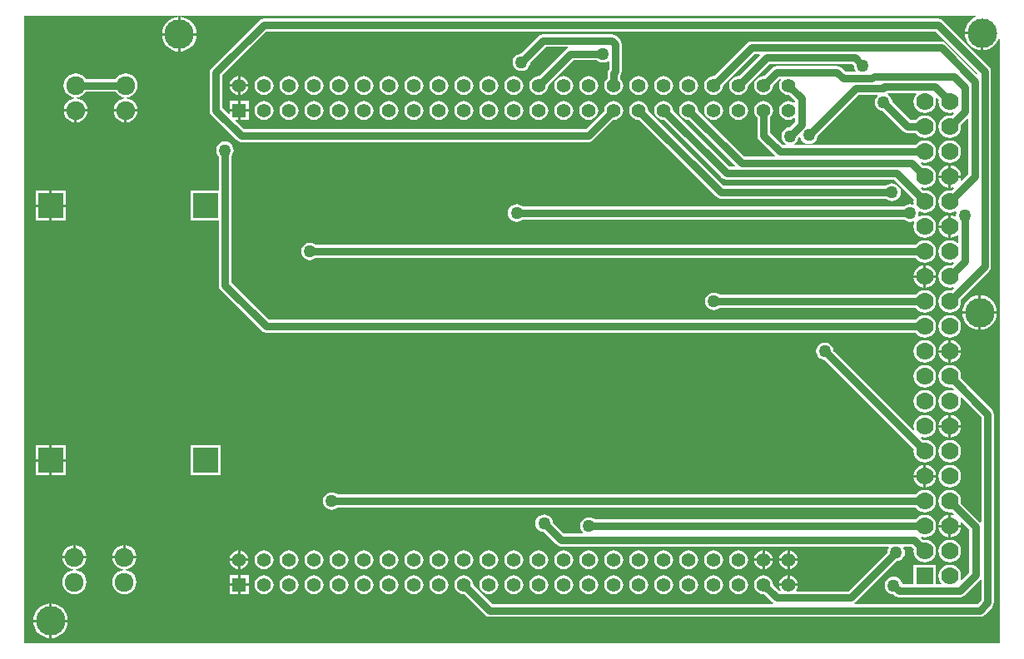
<source format=gbl>
G04*
G04 #@! TF.GenerationSoftware,Altium Limited,Altium Designer,20.0.13 (296)*
G04*
G04 Layer_Physical_Order=2*
G04 Layer_Color=16711680*
%FSLAX25Y25*%
%MOIN*%
G70*
G01*
G75*
%ADD23C,0.03000*%
%ADD24C,0.11811*%
%ADD25R,0.09843X0.09843*%
%ADD26C,0.07559*%
%ADD27C,0.05510*%
%ADD28R,0.05510X0.05510*%
%ADD29R,0.07000X0.07000*%
%ADD30C,0.07000*%
%ADD31C,0.05000*%
G36*
X621639Y427500D02*
X621345Y427411D01*
X620145Y426769D01*
X619093Y425907D01*
X618230Y424855D01*
X617589Y423655D01*
X617194Y422354D01*
X617110Y421500D01*
X624000D01*
Y421000D01*
X624500D01*
Y414110D01*
X625354Y414194D01*
X626655Y414589D01*
X627855Y415231D01*
X628907Y416093D01*
X629770Y417145D01*
X630411Y418345D01*
X630500Y418639D01*
X631000Y418565D01*
X631000Y176500D01*
X240500Y176500D01*
X240500Y428000D01*
X621565D01*
X621639Y427500D01*
D02*
G37*
%LPC*%
G36*
X303000Y427390D02*
Y421000D01*
X309390D01*
X309306Y421854D01*
X308911Y423155D01*
X308270Y424355D01*
X307407Y425407D01*
X306355Y426269D01*
X305155Y426911D01*
X303854Y427306D01*
X303000Y427390D01*
D02*
G37*
G36*
X302000D02*
X301146Y427306D01*
X299845Y426911D01*
X298645Y426269D01*
X297593Y425407D01*
X296730Y424355D01*
X296089Y423155D01*
X295694Y421854D01*
X295610Y421000D01*
X302000D01*
Y427390D01*
D02*
G37*
G36*
X623500Y420500D02*
X617110D01*
X617194Y419646D01*
X617589Y418345D01*
X618230Y417145D01*
X619093Y416093D01*
X620145Y415231D01*
X621345Y414589D01*
X622646Y414194D01*
X623500Y414110D01*
Y420500D01*
D02*
G37*
G36*
X309390Y420000D02*
X303000D01*
Y413610D01*
X303854Y413694D01*
X305155Y414089D01*
X306355Y414731D01*
X307407Y415593D01*
X308270Y416645D01*
X308911Y417845D01*
X309306Y419146D01*
X309390Y420000D01*
D02*
G37*
G36*
X302000D02*
X295610D01*
X295694Y419146D01*
X296089Y417845D01*
X296730Y416645D01*
X297593Y415593D01*
X298645Y414731D01*
X299845Y414089D01*
X301146Y413694D01*
X302000Y413610D01*
Y420000D01*
D02*
G37*
G36*
X606500Y426749D02*
X336300D01*
X335325Y426555D01*
X334498Y426002D01*
X315398Y406902D01*
X314845Y406075D01*
X314651Y405100D01*
Y390000D01*
X314845Y389024D01*
X315398Y388198D01*
X325498Y378098D01*
X326325Y377545D01*
X327300Y377351D01*
X466400D01*
X467376Y377545D01*
X468202Y378098D01*
X476339Y386234D01*
X476500Y386213D01*
X477480Y386342D01*
X478394Y386720D01*
X479178Y387322D01*
X479780Y388106D01*
X480158Y389020D01*
X480287Y390000D01*
X480158Y390980D01*
X479780Y391894D01*
X479178Y392678D01*
X478394Y393280D01*
X477480Y393658D01*
X476500Y393787D01*
X475520Y393658D01*
X474606Y393280D01*
X473822Y392678D01*
X473220Y391894D01*
X472842Y390980D01*
X472713Y390000D01*
X472734Y389839D01*
X465344Y382449D01*
X328356D01*
X325022Y385783D01*
X325213Y386245D01*
X326000D01*
Y389500D01*
X322745D01*
Y388713D01*
X322283Y388522D01*
X319749Y391056D01*
Y404044D01*
X337356Y421651D01*
X605444D01*
X622165Y404930D01*
X622152Y404860D01*
X621609Y404696D01*
X609402Y416902D01*
X608575Y417455D01*
X607600Y417649D01*
X531600D01*
X530624Y417455D01*
X529798Y416902D01*
X516661Y403766D01*
X516500Y403787D01*
X515520Y403658D01*
X514606Y403280D01*
X513822Y402678D01*
X513220Y401894D01*
X512842Y400980D01*
X512713Y400000D01*
X512842Y399020D01*
X513220Y398106D01*
X513822Y397322D01*
X514606Y396720D01*
X515520Y396342D01*
X516500Y396213D01*
X517480Y396342D01*
X518394Y396720D01*
X519178Y397322D01*
X519780Y398106D01*
X520158Y399020D01*
X520287Y400000D01*
X520266Y400161D01*
X532656Y412551D01*
X534793D01*
X534984Y412089D01*
X526661Y403766D01*
X526500Y403787D01*
X525520Y403658D01*
X524606Y403280D01*
X523822Y402678D01*
X523220Y401894D01*
X522842Y400980D01*
X522713Y400000D01*
X522842Y399020D01*
X523220Y398106D01*
X523822Y397322D01*
X524606Y396720D01*
X525520Y396342D01*
X526500Y396213D01*
X527480Y396342D01*
X528394Y396720D01*
X529178Y397322D01*
X529780Y398106D01*
X530158Y399020D01*
X530287Y400000D01*
X530266Y400161D01*
X538656Y408551D01*
X571914D01*
X572651Y407814D01*
X572760Y406986D01*
X573113Y406135D01*
X573312Y405876D01*
X573091Y405427D01*
X569377D01*
X567702Y407102D01*
X566876Y407655D01*
X565900Y407849D01*
X541800D01*
X540825Y407655D01*
X539998Y407102D01*
X536661Y403766D01*
X536500Y403787D01*
X535520Y403658D01*
X534606Y403280D01*
X533822Y402678D01*
X533220Y401894D01*
X532842Y400980D01*
X532713Y400000D01*
X532842Y399020D01*
X533220Y398106D01*
X533822Y397322D01*
X534606Y396720D01*
X535520Y396342D01*
X536500Y396213D01*
X537480Y396342D01*
X538394Y396720D01*
X539178Y397322D01*
X539780Y398106D01*
X540158Y399020D01*
X540287Y400000D01*
X540266Y400161D01*
X542789Y402684D01*
X543241Y402638D01*
X543449Y402192D01*
X543220Y401894D01*
X542842Y400980D01*
X542713Y400000D01*
X542842Y399020D01*
X543220Y398106D01*
X543822Y397322D01*
X544606Y396720D01*
X545520Y396342D01*
X546500Y396213D01*
X546661Y396234D01*
X549149Y393746D01*
X549103Y393277D01*
X548665Y393072D01*
X548394Y393280D01*
X547480Y393658D01*
X546500Y393787D01*
X545520Y393658D01*
X544606Y393280D01*
X543822Y392678D01*
X543220Y391894D01*
X542842Y390980D01*
X542713Y390000D01*
X542842Y389020D01*
X543220Y388106D01*
X543822Y387322D01*
X544606Y386720D01*
X545520Y386342D01*
X546500Y386213D01*
X547480Y386342D01*
X548394Y386720D01*
X548706Y386960D01*
X549206Y386713D01*
Y385411D01*
X547014Y383219D01*
X546186Y383110D01*
X545335Y382757D01*
X544604Y382196D01*
X544043Y381465D01*
X543690Y380614D01*
X543570Y379700D01*
X543690Y378786D01*
X544043Y377935D01*
X544604Y377204D01*
X545335Y376643D01*
X545561Y376549D01*
X545462Y376049D01*
X544056D01*
X539049Y381056D01*
Y387223D01*
X539178Y387322D01*
X539780Y388106D01*
X540158Y389020D01*
X540287Y390000D01*
X540158Y390980D01*
X539780Y391894D01*
X539178Y392678D01*
X538394Y393280D01*
X537480Y393658D01*
X536500Y393787D01*
X535520Y393658D01*
X534606Y393280D01*
X533822Y392678D01*
X533220Y391894D01*
X532842Y390980D01*
X532713Y390000D01*
X532842Y389020D01*
X533220Y388106D01*
X533822Y387322D01*
X533951Y387223D01*
Y380000D01*
X534145Y379025D01*
X534698Y378198D01*
X541018Y371877D01*
X540811Y371377D01*
X528728D01*
X510266Y389839D01*
X510287Y390000D01*
X510158Y390980D01*
X509780Y391894D01*
X509178Y392678D01*
X508394Y393280D01*
X507480Y393658D01*
X506500Y393787D01*
X505520Y393658D01*
X504606Y393280D01*
X503822Y392678D01*
X503220Y391894D01*
X502842Y390980D01*
X502713Y390000D01*
X502842Y389020D01*
X503220Y388106D01*
X503822Y387322D01*
X504606Y386720D01*
X505520Y386342D01*
X506500Y386213D01*
X506661Y386234D01*
X525056Y367839D01*
X524865Y367377D01*
X522728D01*
X500266Y389839D01*
X500287Y390000D01*
X500158Y390980D01*
X499780Y391894D01*
X499178Y392678D01*
X498394Y393280D01*
X497480Y393658D01*
X496500Y393787D01*
X495520Y393658D01*
X494606Y393280D01*
X493822Y392678D01*
X493220Y391894D01*
X492842Y390980D01*
X492713Y390000D01*
X492842Y389020D01*
X493220Y388106D01*
X493822Y387322D01*
X494606Y386720D01*
X495520Y386342D01*
X496500Y386213D01*
X496661Y386234D01*
X519870Y363026D01*
X520696Y362473D01*
X521672Y362279D01*
X588616D01*
X596570Y354325D01*
X596461Y353500D01*
X596583Y352574D01*
X596147Y352213D01*
X595914Y352310D01*
X595000Y352430D01*
X594086Y352310D01*
X593235Y351957D01*
X592572Y351449D01*
X440028D01*
X439365Y351957D01*
X438514Y352310D01*
X437600Y352430D01*
X436686Y352310D01*
X435835Y351957D01*
X435104Y351396D01*
X434543Y350665D01*
X434190Y349814D01*
X434070Y348900D01*
X434190Y347986D01*
X434543Y347135D01*
X435104Y346404D01*
X435835Y345843D01*
X436686Y345490D01*
X437600Y345370D01*
X438514Y345490D01*
X439365Y345843D01*
X440028Y346351D01*
X592572D01*
X593235Y345843D01*
X594086Y345490D01*
X595000Y345370D01*
X595914Y345490D01*
X596516Y345739D01*
X596898Y345357D01*
X596616Y344675D01*
X596461Y343500D01*
X596616Y342325D01*
X597069Y341231D01*
X597791Y340291D01*
X598731Y339569D01*
X599825Y339116D01*
X601000Y338961D01*
X602175Y339116D01*
X603269Y339569D01*
X604209Y340291D01*
X604931Y341231D01*
X605384Y342325D01*
X605539Y343500D01*
X605384Y344675D01*
X604931Y345769D01*
X604209Y346709D01*
X603269Y347431D01*
X602175Y347884D01*
X601000Y348039D01*
X599825Y347884D01*
X598731Y347431D01*
X598716Y347420D01*
X598306Y347735D01*
X598410Y347986D01*
X598530Y348900D01*
X598497Y349149D01*
X598959Y349475D01*
X599825Y349116D01*
X601000Y348961D01*
X602175Y349116D01*
X603269Y349569D01*
X604209Y350291D01*
X604931Y351231D01*
X605384Y352325D01*
X605539Y353500D01*
X605384Y354675D01*
X604931Y355769D01*
X604209Y356709D01*
X603269Y357431D01*
X602175Y357884D01*
X601000Y358039D01*
X600175Y357930D01*
X599322Y358783D01*
X599605Y359207D01*
X599825Y359116D01*
X601000Y358961D01*
X602175Y359116D01*
X603269Y359569D01*
X604209Y360291D01*
X604931Y361231D01*
X605384Y362325D01*
X605539Y363500D01*
X605384Y364675D01*
X604931Y365769D01*
X604209Y366709D01*
X603269Y367431D01*
X602175Y367884D01*
X601000Y368039D01*
X600175Y367930D01*
X599322Y368783D01*
X599605Y369207D01*
X599825Y369116D01*
X601000Y368961D01*
X602175Y369116D01*
X603269Y369569D01*
X604209Y370291D01*
X604931Y371231D01*
X605384Y372325D01*
X605539Y373500D01*
X605384Y374675D01*
X604931Y375769D01*
X604209Y376709D01*
X603269Y377431D01*
X602175Y377884D01*
X601000Y378039D01*
X599825Y377884D01*
X598731Y377431D01*
X597791Y376709D01*
X597284Y376049D01*
X548738D01*
X548639Y376549D01*
X548865Y376643D01*
X549596Y377204D01*
X550157Y377935D01*
X550510Y378786D01*
X550562Y379180D01*
X550677Y379251D01*
X550833Y379232D01*
X551258Y379024D01*
X551543Y378335D01*
X552104Y377604D01*
X552835Y377043D01*
X553686Y376690D01*
X554600Y376570D01*
X555514Y376690D01*
X556365Y377043D01*
X557096Y377604D01*
X557657Y378335D01*
X558010Y379186D01*
X558119Y380014D01*
X574434Y396329D01*
X582008D01*
X582177Y395829D01*
X582004Y395696D01*
X581443Y394965D01*
X581090Y394114D01*
X580970Y393200D01*
X581090Y392286D01*
X581443Y391435D01*
X582004Y390704D01*
X582735Y390143D01*
X583586Y389790D01*
X584414Y389681D01*
X592398Y381698D01*
X593224Y381145D01*
X594200Y380951D01*
X597284D01*
X597791Y380291D01*
X598731Y379569D01*
X599825Y379116D01*
X601000Y378961D01*
X602175Y379116D01*
X603269Y379569D01*
X604209Y380291D01*
X604931Y381231D01*
X605384Y382325D01*
X605539Y383500D01*
X605384Y384675D01*
X604931Y385769D01*
X604209Y386709D01*
X603269Y387431D01*
X602175Y387884D01*
X601000Y388039D01*
X599825Y387884D01*
X598731Y387431D01*
X597791Y386709D01*
X597284Y386049D01*
X595256D01*
X588019Y393286D01*
X587910Y394114D01*
X587557Y394965D01*
X586996Y395696D01*
X586289Y396239D01*
X586263Y396269D01*
X586166Y396840D01*
X586267Y396951D01*
X597346D01*
X597592Y396451D01*
X597069Y395769D01*
X596616Y394675D01*
X596461Y393500D01*
X596616Y392325D01*
X597069Y391231D01*
X597791Y390291D01*
X598731Y389569D01*
X599825Y389116D01*
X601000Y388961D01*
X602175Y389116D01*
X603269Y389569D01*
X604209Y390291D01*
X604931Y391231D01*
X605384Y392325D01*
X605539Y393500D01*
X605384Y394675D01*
X605293Y394895D01*
X605717Y395179D01*
X606570Y394325D01*
X606461Y393500D01*
X606616Y392325D01*
X607069Y391231D01*
X607791Y390291D01*
X608731Y389569D01*
X609825Y389116D01*
X611000Y388961D01*
X612175Y389116D01*
X612395Y389207D01*
X612678Y388783D01*
X611825Y387930D01*
X611000Y388039D01*
X609825Y387884D01*
X608731Y387431D01*
X607791Y386709D01*
X607069Y385769D01*
X606616Y384675D01*
X606461Y383500D01*
X606616Y382325D01*
X607069Y381231D01*
X607791Y380291D01*
X608731Y379569D01*
X609825Y379116D01*
X611000Y378961D01*
X612175Y379116D01*
X613269Y379569D01*
X614209Y380291D01*
X614931Y381231D01*
X615384Y382325D01*
X615539Y383500D01*
X615430Y384325D01*
X617989Y386884D01*
X618451Y386693D01*
Y364556D01*
X615717Y361822D01*
X615293Y362105D01*
X615384Y362325D01*
X615473Y363000D01*
X611500D01*
Y359027D01*
X612175Y359116D01*
X612395Y359207D01*
X612678Y358783D01*
X611825Y357930D01*
X611000Y358039D01*
X609825Y357884D01*
X608731Y357431D01*
X607791Y356709D01*
X607069Y355769D01*
X606616Y354675D01*
X606461Y353500D01*
X606616Y352325D01*
X607069Y351231D01*
X607791Y350291D01*
X608731Y349569D01*
X609825Y349116D01*
X611000Y348961D01*
X612175Y349116D01*
X613269Y349569D01*
X613344Y349627D01*
X613755Y349311D01*
X613590Y348914D01*
X613470Y348000D01*
X613487Y347866D01*
X613027Y347531D01*
X612175Y347884D01*
X611500Y347973D01*
Y343500D01*
Y339027D01*
X612175Y339116D01*
X613269Y339569D01*
X613951Y340092D01*
X614451Y339846D01*
Y337154D01*
X613951Y336908D01*
X613269Y337431D01*
X612175Y337884D01*
X611000Y338039D01*
X609825Y337884D01*
X608731Y337431D01*
X607791Y336709D01*
X607069Y335769D01*
X606616Y334675D01*
X606461Y333500D01*
X606616Y332325D01*
X607069Y331231D01*
X607791Y330291D01*
X608731Y329569D01*
X609825Y329116D01*
X611000Y328961D01*
X612175Y329116D01*
X612395Y329207D01*
X612678Y328783D01*
X611825Y327930D01*
X611000Y328039D01*
X609825Y327884D01*
X608731Y327431D01*
X607791Y326709D01*
X607069Y325769D01*
X606616Y324675D01*
X606461Y323500D01*
X606616Y322325D01*
X607069Y321231D01*
X607791Y320291D01*
X608731Y319569D01*
X609825Y319116D01*
X611000Y318961D01*
X612175Y319116D01*
X612395Y319207D01*
X612678Y318783D01*
X611825Y317930D01*
X611000Y318039D01*
X609825Y317884D01*
X608731Y317431D01*
X607791Y316709D01*
X607069Y315769D01*
X606616Y314675D01*
X606461Y313500D01*
X606616Y312325D01*
X607069Y311231D01*
X607791Y310291D01*
X608731Y309569D01*
X609825Y309116D01*
X611000Y308961D01*
X612175Y309116D01*
X613269Y309569D01*
X614209Y310291D01*
X614931Y311231D01*
X615384Y312325D01*
X615539Y313500D01*
X615430Y314325D01*
X626802Y325698D01*
X627355Y326524D01*
X627549Y327500D01*
Y405700D01*
X627355Y406675D01*
X626802Y407502D01*
X608302Y426002D01*
X607476Y426555D01*
X606500Y426749D01*
D02*
G37*
G36*
X281000Y404821D02*
X279752Y404657D01*
X278590Y404175D01*
X277591Y403409D01*
X276931Y402549D01*
X265069D01*
X264409Y403409D01*
X263410Y404175D01*
X262248Y404657D01*
X261000Y404821D01*
X259752Y404657D01*
X258590Y404175D01*
X257591Y403409D01*
X256825Y402410D01*
X256344Y401248D01*
X256179Y400000D01*
X256344Y398752D01*
X256825Y397590D01*
X257591Y396591D01*
X258590Y395825D01*
X259752Y395343D01*
X260446Y395252D01*
Y394748D01*
X259752Y394656D01*
X258590Y394175D01*
X257591Y393409D01*
X256825Y392410D01*
X256344Y391248D01*
X256245Y390500D01*
X261000D01*
X265755D01*
X265656Y391248D01*
X265175Y392410D01*
X264409Y393409D01*
X263410Y394175D01*
X262248Y394656D01*
X261554Y394748D01*
Y395252D01*
X262248Y395343D01*
X263410Y395825D01*
X264409Y396591D01*
X265069Y397451D01*
X276931D01*
X277591Y396591D01*
X278590Y395825D01*
X279752Y395343D01*
X280446Y395252D01*
Y394748D01*
X279752Y394656D01*
X278590Y394175D01*
X277591Y393409D01*
X276825Y392410D01*
X276343Y391248D01*
X276245Y390500D01*
X281000D01*
X285755D01*
X285656Y391248D01*
X285175Y392410D01*
X284409Y393409D01*
X283410Y394175D01*
X282248Y394656D01*
X281554Y394748D01*
Y395252D01*
X282248Y395343D01*
X283410Y395825D01*
X284409Y396591D01*
X285175Y397590D01*
X285656Y398752D01*
X285821Y400000D01*
X285656Y401248D01*
X285175Y402410D01*
X284409Y403409D01*
X283410Y404175D01*
X282248Y404657D01*
X281000Y404821D01*
D02*
G37*
G36*
X327000Y403722D02*
Y400500D01*
X330222D01*
X330158Y400980D01*
X329780Y401894D01*
X329178Y402678D01*
X328394Y403280D01*
X327480Y403658D01*
X327000Y403722D01*
D02*
G37*
G36*
X326000D02*
X325520Y403658D01*
X324606Y403280D01*
X323822Y402678D01*
X323220Y401894D01*
X322842Y400980D01*
X322778Y400500D01*
X326000D01*
Y403722D01*
D02*
G37*
G36*
X330222Y399500D02*
X327000D01*
Y396278D01*
X327480Y396342D01*
X328394Y396720D01*
X329178Y397322D01*
X329780Y398106D01*
X330158Y399020D01*
X330222Y399500D01*
D02*
G37*
G36*
X326000D02*
X322778D01*
X322842Y399020D01*
X323220Y398106D01*
X323822Y397322D01*
X324606Y396720D01*
X325520Y396342D01*
X326000Y396278D01*
Y399500D01*
D02*
G37*
G36*
X506500Y403787D02*
X505520Y403658D01*
X504606Y403280D01*
X503822Y402678D01*
X503220Y401894D01*
X502842Y400980D01*
X502713Y400000D01*
X502842Y399020D01*
X503220Y398106D01*
X503822Y397322D01*
X504606Y396720D01*
X505520Y396342D01*
X506500Y396213D01*
X507480Y396342D01*
X508394Y396720D01*
X509178Y397322D01*
X509780Y398106D01*
X510158Y399020D01*
X510287Y400000D01*
X510158Y400980D01*
X509780Y401894D01*
X509178Y402678D01*
X508394Y403280D01*
X507480Y403658D01*
X506500Y403787D01*
D02*
G37*
G36*
X496500D02*
X495520Y403658D01*
X494606Y403280D01*
X493822Y402678D01*
X493220Y401894D01*
X492842Y400980D01*
X492713Y400000D01*
X492842Y399020D01*
X493220Y398106D01*
X493822Y397322D01*
X494606Y396720D01*
X495520Y396342D01*
X496500Y396213D01*
X497480Y396342D01*
X498394Y396720D01*
X499178Y397322D01*
X499780Y398106D01*
X500158Y399020D01*
X500287Y400000D01*
X500158Y400980D01*
X499780Y401894D01*
X499178Y402678D01*
X498394Y403280D01*
X497480Y403658D01*
X496500Y403787D01*
D02*
G37*
G36*
X486500D02*
X485520Y403658D01*
X484606Y403280D01*
X483822Y402678D01*
X483220Y401894D01*
X482842Y400980D01*
X482713Y400000D01*
X482842Y399020D01*
X483220Y398106D01*
X483822Y397322D01*
X484606Y396720D01*
X485520Y396342D01*
X486500Y396213D01*
X487480Y396342D01*
X488394Y396720D01*
X489178Y397322D01*
X489780Y398106D01*
X490158Y399020D01*
X490287Y400000D01*
X490158Y400980D01*
X489780Y401894D01*
X489178Y402678D01*
X488394Y403280D01*
X487480Y403658D01*
X486500Y403787D01*
D02*
G37*
G36*
X475900Y420549D02*
X448200D01*
X447225Y420355D01*
X446398Y419802D01*
X439414Y412819D01*
X438586Y412710D01*
X437735Y412357D01*
X437004Y411796D01*
X436443Y411065D01*
X436090Y410214D01*
X435970Y409300D01*
X436090Y408386D01*
X436443Y407535D01*
X437004Y406804D01*
X437735Y406243D01*
X438586Y405890D01*
X439500Y405770D01*
X440414Y405890D01*
X441265Y406243D01*
X441996Y406804D01*
X442557Y407535D01*
X442910Y408386D01*
X443019Y409214D01*
X449256Y415451D01*
X457917D01*
X458069Y414951D01*
X457398Y414502D01*
X446661Y403766D01*
X446500Y403787D01*
X445520Y403658D01*
X444606Y403280D01*
X443822Y402678D01*
X443220Y401894D01*
X442842Y400980D01*
X442713Y400000D01*
X442842Y399020D01*
X443220Y398106D01*
X443822Y397322D01*
X444606Y396720D01*
X445520Y396342D01*
X446500Y396213D01*
X447480Y396342D01*
X448394Y396720D01*
X449178Y397322D01*
X449780Y398106D01*
X450158Y399020D01*
X450287Y400000D01*
X450266Y400161D01*
X460256Y410151D01*
X469772D01*
X470435Y409643D01*
X471286Y409290D01*
X472200Y409170D01*
X473114Y409290D01*
X473965Y409643D01*
X474203Y409825D01*
X474651Y409604D01*
Y406633D01*
X474145Y405875D01*
X473951Y404900D01*
Y402777D01*
X473822Y402678D01*
X473220Y401894D01*
X472842Y400980D01*
X472713Y400000D01*
X472842Y399020D01*
X473220Y398106D01*
X473822Y397322D01*
X474606Y396720D01*
X475520Y396342D01*
X476500Y396213D01*
X477480Y396342D01*
X478394Y396720D01*
X479178Y397322D01*
X479780Y398106D01*
X480158Y399020D01*
X480287Y400000D01*
X480158Y400980D01*
X479780Y401894D01*
X479178Y402678D01*
X479049Y402777D01*
Y403867D01*
X479555Y404625D01*
X479749Y405600D01*
Y416700D01*
X479555Y417675D01*
X479002Y418502D01*
X477702Y419802D01*
X476875Y420355D01*
X475900Y420549D01*
D02*
G37*
G36*
X466500Y403787D02*
X465520Y403658D01*
X464606Y403280D01*
X463822Y402678D01*
X463220Y401894D01*
X462842Y400980D01*
X462713Y400000D01*
X462842Y399020D01*
X463220Y398106D01*
X463822Y397322D01*
X464606Y396720D01*
X465520Y396342D01*
X466500Y396213D01*
X467480Y396342D01*
X468394Y396720D01*
X469178Y397322D01*
X469780Y398106D01*
X470158Y399020D01*
X470287Y400000D01*
X470158Y400980D01*
X469780Y401894D01*
X469178Y402678D01*
X468394Y403280D01*
X467480Y403658D01*
X466500Y403787D01*
D02*
G37*
G36*
X456500D02*
X455520Y403658D01*
X454606Y403280D01*
X453822Y402678D01*
X453220Y401894D01*
X452842Y400980D01*
X452713Y400000D01*
X452842Y399020D01*
X453220Y398106D01*
X453822Y397322D01*
X454606Y396720D01*
X455520Y396342D01*
X456500Y396213D01*
X457480Y396342D01*
X458394Y396720D01*
X459178Y397322D01*
X459780Y398106D01*
X460158Y399020D01*
X460287Y400000D01*
X460158Y400980D01*
X459780Y401894D01*
X459178Y402678D01*
X458394Y403280D01*
X457480Y403658D01*
X456500Y403787D01*
D02*
G37*
G36*
X436500D02*
X435520Y403658D01*
X434606Y403280D01*
X433822Y402678D01*
X433220Y401894D01*
X432842Y400980D01*
X432713Y400000D01*
X432842Y399020D01*
X433220Y398106D01*
X433822Y397322D01*
X434606Y396720D01*
X435520Y396342D01*
X436500Y396213D01*
X437480Y396342D01*
X438394Y396720D01*
X439178Y397322D01*
X439780Y398106D01*
X440158Y399020D01*
X440287Y400000D01*
X440158Y400980D01*
X439780Y401894D01*
X439178Y402678D01*
X438394Y403280D01*
X437480Y403658D01*
X436500Y403787D01*
D02*
G37*
G36*
X426500D02*
X425520Y403658D01*
X424606Y403280D01*
X423822Y402678D01*
X423220Y401894D01*
X422842Y400980D01*
X422713Y400000D01*
X422842Y399020D01*
X423220Y398106D01*
X423822Y397322D01*
X424606Y396720D01*
X425520Y396342D01*
X426500Y396213D01*
X427480Y396342D01*
X428394Y396720D01*
X429178Y397322D01*
X429780Y398106D01*
X430158Y399020D01*
X430287Y400000D01*
X430158Y400980D01*
X429780Y401894D01*
X429178Y402678D01*
X428394Y403280D01*
X427480Y403658D01*
X426500Y403787D01*
D02*
G37*
G36*
X416500D02*
X415520Y403658D01*
X414606Y403280D01*
X413822Y402678D01*
X413220Y401894D01*
X412842Y400980D01*
X412713Y400000D01*
X412842Y399020D01*
X413220Y398106D01*
X413822Y397322D01*
X414606Y396720D01*
X415520Y396342D01*
X416500Y396213D01*
X417480Y396342D01*
X418394Y396720D01*
X419178Y397322D01*
X419780Y398106D01*
X420158Y399020D01*
X420287Y400000D01*
X420158Y400980D01*
X419780Y401894D01*
X419178Y402678D01*
X418394Y403280D01*
X417480Y403658D01*
X416500Y403787D01*
D02*
G37*
G36*
X406500D02*
X405520Y403658D01*
X404606Y403280D01*
X403822Y402678D01*
X403220Y401894D01*
X402842Y400980D01*
X402713Y400000D01*
X402842Y399020D01*
X403220Y398106D01*
X403822Y397322D01*
X404606Y396720D01*
X405520Y396342D01*
X406500Y396213D01*
X407480Y396342D01*
X408394Y396720D01*
X409178Y397322D01*
X409780Y398106D01*
X410158Y399020D01*
X410287Y400000D01*
X410158Y400980D01*
X409780Y401894D01*
X409178Y402678D01*
X408394Y403280D01*
X407480Y403658D01*
X406500Y403787D01*
D02*
G37*
G36*
X396500D02*
X395520Y403658D01*
X394606Y403280D01*
X393822Y402678D01*
X393220Y401894D01*
X392842Y400980D01*
X392713Y400000D01*
X392842Y399020D01*
X393220Y398106D01*
X393822Y397322D01*
X394606Y396720D01*
X395520Y396342D01*
X396500Y396213D01*
X397480Y396342D01*
X398394Y396720D01*
X399178Y397322D01*
X399780Y398106D01*
X400158Y399020D01*
X400287Y400000D01*
X400158Y400980D01*
X399780Y401894D01*
X399178Y402678D01*
X398394Y403280D01*
X397480Y403658D01*
X396500Y403787D01*
D02*
G37*
G36*
X386500D02*
X385520Y403658D01*
X384606Y403280D01*
X383822Y402678D01*
X383220Y401894D01*
X382842Y400980D01*
X382713Y400000D01*
X382842Y399020D01*
X383220Y398106D01*
X383822Y397322D01*
X384606Y396720D01*
X385520Y396342D01*
X386500Y396213D01*
X387480Y396342D01*
X388394Y396720D01*
X389178Y397322D01*
X389780Y398106D01*
X390158Y399020D01*
X390287Y400000D01*
X390158Y400980D01*
X389780Y401894D01*
X389178Y402678D01*
X388394Y403280D01*
X387480Y403658D01*
X386500Y403787D01*
D02*
G37*
G36*
X376500D02*
X375520Y403658D01*
X374606Y403280D01*
X373822Y402678D01*
X373220Y401894D01*
X372842Y400980D01*
X372713Y400000D01*
X372842Y399020D01*
X373220Y398106D01*
X373822Y397322D01*
X374606Y396720D01*
X375520Y396342D01*
X376500Y396213D01*
X377480Y396342D01*
X378394Y396720D01*
X379178Y397322D01*
X379780Y398106D01*
X380158Y399020D01*
X380287Y400000D01*
X380158Y400980D01*
X379780Y401894D01*
X379178Y402678D01*
X378394Y403280D01*
X377480Y403658D01*
X376500Y403787D01*
D02*
G37*
G36*
X366500D02*
X365520Y403658D01*
X364606Y403280D01*
X363822Y402678D01*
X363220Y401894D01*
X362842Y400980D01*
X362713Y400000D01*
X362842Y399020D01*
X363220Y398106D01*
X363822Y397322D01*
X364606Y396720D01*
X365520Y396342D01*
X366500Y396213D01*
X367480Y396342D01*
X368394Y396720D01*
X369178Y397322D01*
X369780Y398106D01*
X370158Y399020D01*
X370287Y400000D01*
X370158Y400980D01*
X369780Y401894D01*
X369178Y402678D01*
X368394Y403280D01*
X367480Y403658D01*
X366500Y403787D01*
D02*
G37*
G36*
X356500D02*
X355520Y403658D01*
X354606Y403280D01*
X353822Y402678D01*
X353220Y401894D01*
X352842Y400980D01*
X352713Y400000D01*
X352842Y399020D01*
X353220Y398106D01*
X353822Y397322D01*
X354606Y396720D01*
X355520Y396342D01*
X356500Y396213D01*
X357480Y396342D01*
X358394Y396720D01*
X359178Y397322D01*
X359780Y398106D01*
X360158Y399020D01*
X360287Y400000D01*
X360158Y400980D01*
X359780Y401894D01*
X359178Y402678D01*
X358394Y403280D01*
X357480Y403658D01*
X356500Y403787D01*
D02*
G37*
G36*
X346500D02*
X345520Y403658D01*
X344606Y403280D01*
X343822Y402678D01*
X343220Y401894D01*
X342842Y400980D01*
X342713Y400000D01*
X342842Y399020D01*
X343220Y398106D01*
X343822Y397322D01*
X344606Y396720D01*
X345520Y396342D01*
X346500Y396213D01*
X347480Y396342D01*
X348394Y396720D01*
X349178Y397322D01*
X349780Y398106D01*
X350158Y399020D01*
X350287Y400000D01*
X350158Y400980D01*
X349780Y401894D01*
X349178Y402678D01*
X348394Y403280D01*
X347480Y403658D01*
X346500Y403787D01*
D02*
G37*
G36*
X336500D02*
X335520Y403658D01*
X334606Y403280D01*
X333822Y402678D01*
X333220Y401894D01*
X332842Y400980D01*
X332713Y400000D01*
X332842Y399020D01*
X333220Y398106D01*
X333822Y397322D01*
X334606Y396720D01*
X335520Y396342D01*
X336500Y396213D01*
X337480Y396342D01*
X338394Y396720D01*
X339178Y397322D01*
X339780Y398106D01*
X340158Y399020D01*
X340287Y400000D01*
X340158Y400980D01*
X339780Y401894D01*
X339178Y402678D01*
X338394Y403280D01*
X337480Y403658D01*
X336500Y403787D01*
D02*
G37*
G36*
X330255Y393755D02*
X327000D01*
Y390500D01*
X330255D01*
Y393755D01*
D02*
G37*
G36*
X326000D02*
X322745D01*
Y390500D01*
X326000D01*
Y393755D01*
D02*
G37*
G36*
X330255Y389500D02*
X327000D01*
Y386245D01*
X330255D01*
Y389500D01*
D02*
G37*
G36*
X526500Y393787D02*
X525520Y393658D01*
X524606Y393280D01*
X523822Y392678D01*
X523220Y391894D01*
X522842Y390980D01*
X522713Y390000D01*
X522842Y389020D01*
X523220Y388106D01*
X523822Y387322D01*
X524606Y386720D01*
X525520Y386342D01*
X526500Y386213D01*
X527480Y386342D01*
X528394Y386720D01*
X529178Y387322D01*
X529780Y388106D01*
X530158Y389020D01*
X530287Y390000D01*
X530158Y390980D01*
X529780Y391894D01*
X529178Y392678D01*
X528394Y393280D01*
X527480Y393658D01*
X526500Y393787D01*
D02*
G37*
G36*
X516500D02*
X515520Y393658D01*
X514606Y393280D01*
X513822Y392678D01*
X513220Y391894D01*
X512842Y390980D01*
X512713Y390000D01*
X512842Y389020D01*
X513220Y388106D01*
X513822Y387322D01*
X514606Y386720D01*
X515520Y386342D01*
X516500Y386213D01*
X517480Y386342D01*
X518394Y386720D01*
X519178Y387322D01*
X519780Y388106D01*
X520158Y389020D01*
X520287Y390000D01*
X520158Y390980D01*
X519780Y391894D01*
X519178Y392678D01*
X518394Y393280D01*
X517480Y393658D01*
X516500Y393787D01*
D02*
G37*
G36*
X466500D02*
X465520Y393658D01*
X464606Y393280D01*
X463822Y392678D01*
X463220Y391894D01*
X462842Y390980D01*
X462713Y390000D01*
X462842Y389020D01*
X463220Y388106D01*
X463822Y387322D01*
X464606Y386720D01*
X465520Y386342D01*
X466500Y386213D01*
X467480Y386342D01*
X468394Y386720D01*
X469178Y387322D01*
X469780Y388106D01*
X470158Y389020D01*
X470287Y390000D01*
X470158Y390980D01*
X469780Y391894D01*
X469178Y392678D01*
X468394Y393280D01*
X467480Y393658D01*
X466500Y393787D01*
D02*
G37*
G36*
X456500D02*
X455520Y393658D01*
X454606Y393280D01*
X453822Y392678D01*
X453220Y391894D01*
X452842Y390980D01*
X452713Y390000D01*
X452842Y389020D01*
X453220Y388106D01*
X453822Y387322D01*
X454606Y386720D01*
X455520Y386342D01*
X456500Y386213D01*
X457480Y386342D01*
X458394Y386720D01*
X459178Y387322D01*
X459780Y388106D01*
X460158Y389020D01*
X460287Y390000D01*
X460158Y390980D01*
X459780Y391894D01*
X459178Y392678D01*
X458394Y393280D01*
X457480Y393658D01*
X456500Y393787D01*
D02*
G37*
G36*
X446500D02*
X445520Y393658D01*
X444606Y393280D01*
X443822Y392678D01*
X443220Y391894D01*
X442842Y390980D01*
X442713Y390000D01*
X442842Y389020D01*
X443220Y388106D01*
X443822Y387322D01*
X444606Y386720D01*
X445520Y386342D01*
X446500Y386213D01*
X447480Y386342D01*
X448394Y386720D01*
X449178Y387322D01*
X449780Y388106D01*
X450158Y389020D01*
X450287Y390000D01*
X450158Y390980D01*
X449780Y391894D01*
X449178Y392678D01*
X448394Y393280D01*
X447480Y393658D01*
X446500Y393787D01*
D02*
G37*
G36*
X436500D02*
X435520Y393658D01*
X434606Y393280D01*
X433822Y392678D01*
X433220Y391894D01*
X432842Y390980D01*
X432713Y390000D01*
X432842Y389020D01*
X433220Y388106D01*
X433822Y387322D01*
X434606Y386720D01*
X435520Y386342D01*
X436500Y386213D01*
X437480Y386342D01*
X438394Y386720D01*
X439178Y387322D01*
X439780Y388106D01*
X440158Y389020D01*
X440287Y390000D01*
X440158Y390980D01*
X439780Y391894D01*
X439178Y392678D01*
X438394Y393280D01*
X437480Y393658D01*
X436500Y393787D01*
D02*
G37*
G36*
X426500D02*
X425520Y393658D01*
X424606Y393280D01*
X423822Y392678D01*
X423220Y391894D01*
X422842Y390980D01*
X422713Y390000D01*
X422842Y389020D01*
X423220Y388106D01*
X423822Y387322D01*
X424606Y386720D01*
X425520Y386342D01*
X426500Y386213D01*
X427480Y386342D01*
X428394Y386720D01*
X429178Y387322D01*
X429780Y388106D01*
X430158Y389020D01*
X430287Y390000D01*
X430158Y390980D01*
X429780Y391894D01*
X429178Y392678D01*
X428394Y393280D01*
X427480Y393658D01*
X426500Y393787D01*
D02*
G37*
G36*
X416500D02*
X415520Y393658D01*
X414606Y393280D01*
X413822Y392678D01*
X413220Y391894D01*
X412842Y390980D01*
X412713Y390000D01*
X412842Y389020D01*
X413220Y388106D01*
X413822Y387322D01*
X414606Y386720D01*
X415520Y386342D01*
X416500Y386213D01*
X417480Y386342D01*
X418394Y386720D01*
X419178Y387322D01*
X419780Y388106D01*
X420158Y389020D01*
X420287Y390000D01*
X420158Y390980D01*
X419780Y391894D01*
X419178Y392678D01*
X418394Y393280D01*
X417480Y393658D01*
X416500Y393787D01*
D02*
G37*
G36*
X406500D02*
X405520Y393658D01*
X404606Y393280D01*
X403822Y392678D01*
X403220Y391894D01*
X402842Y390980D01*
X402713Y390000D01*
X402842Y389020D01*
X403220Y388106D01*
X403822Y387322D01*
X404606Y386720D01*
X405520Y386342D01*
X406500Y386213D01*
X407480Y386342D01*
X408394Y386720D01*
X409178Y387322D01*
X409780Y388106D01*
X410158Y389020D01*
X410287Y390000D01*
X410158Y390980D01*
X409780Y391894D01*
X409178Y392678D01*
X408394Y393280D01*
X407480Y393658D01*
X406500Y393787D01*
D02*
G37*
G36*
X396500D02*
X395520Y393658D01*
X394606Y393280D01*
X393822Y392678D01*
X393220Y391894D01*
X392842Y390980D01*
X392713Y390000D01*
X392842Y389020D01*
X393220Y388106D01*
X393822Y387322D01*
X394606Y386720D01*
X395520Y386342D01*
X396500Y386213D01*
X397480Y386342D01*
X398394Y386720D01*
X399178Y387322D01*
X399780Y388106D01*
X400158Y389020D01*
X400287Y390000D01*
X400158Y390980D01*
X399780Y391894D01*
X399178Y392678D01*
X398394Y393280D01*
X397480Y393658D01*
X396500Y393787D01*
D02*
G37*
G36*
X386500D02*
X385520Y393658D01*
X384606Y393280D01*
X383822Y392678D01*
X383220Y391894D01*
X382842Y390980D01*
X382713Y390000D01*
X382842Y389020D01*
X383220Y388106D01*
X383822Y387322D01*
X384606Y386720D01*
X385520Y386342D01*
X386500Y386213D01*
X387480Y386342D01*
X388394Y386720D01*
X389178Y387322D01*
X389780Y388106D01*
X390158Y389020D01*
X390287Y390000D01*
X390158Y390980D01*
X389780Y391894D01*
X389178Y392678D01*
X388394Y393280D01*
X387480Y393658D01*
X386500Y393787D01*
D02*
G37*
G36*
X376500D02*
X375520Y393658D01*
X374606Y393280D01*
X373822Y392678D01*
X373220Y391894D01*
X372842Y390980D01*
X372713Y390000D01*
X372842Y389020D01*
X373220Y388106D01*
X373822Y387322D01*
X374606Y386720D01*
X375520Y386342D01*
X376500Y386213D01*
X377480Y386342D01*
X378394Y386720D01*
X379178Y387322D01*
X379780Y388106D01*
X380158Y389020D01*
X380287Y390000D01*
X380158Y390980D01*
X379780Y391894D01*
X379178Y392678D01*
X378394Y393280D01*
X377480Y393658D01*
X376500Y393787D01*
D02*
G37*
G36*
X366500D02*
X365520Y393658D01*
X364606Y393280D01*
X363822Y392678D01*
X363220Y391894D01*
X362842Y390980D01*
X362713Y390000D01*
X362842Y389020D01*
X363220Y388106D01*
X363822Y387322D01*
X364606Y386720D01*
X365520Y386342D01*
X366500Y386213D01*
X367480Y386342D01*
X368394Y386720D01*
X369178Y387322D01*
X369780Y388106D01*
X370158Y389020D01*
X370287Y390000D01*
X370158Y390980D01*
X369780Y391894D01*
X369178Y392678D01*
X368394Y393280D01*
X367480Y393658D01*
X366500Y393787D01*
D02*
G37*
G36*
X356500D02*
X355520Y393658D01*
X354606Y393280D01*
X353822Y392678D01*
X353220Y391894D01*
X352842Y390980D01*
X352713Y390000D01*
X352842Y389020D01*
X353220Y388106D01*
X353822Y387322D01*
X354606Y386720D01*
X355520Y386342D01*
X356500Y386213D01*
X357480Y386342D01*
X358394Y386720D01*
X359178Y387322D01*
X359780Y388106D01*
X360158Y389020D01*
X360287Y390000D01*
X360158Y390980D01*
X359780Y391894D01*
X359178Y392678D01*
X358394Y393280D01*
X357480Y393658D01*
X356500Y393787D01*
D02*
G37*
G36*
X346500D02*
X345520Y393658D01*
X344606Y393280D01*
X343822Y392678D01*
X343220Y391894D01*
X342842Y390980D01*
X342713Y390000D01*
X342842Y389020D01*
X343220Y388106D01*
X343822Y387322D01*
X344606Y386720D01*
X345520Y386342D01*
X346500Y386213D01*
X347480Y386342D01*
X348394Y386720D01*
X349178Y387322D01*
X349780Y388106D01*
X350158Y389020D01*
X350287Y390000D01*
X350158Y390980D01*
X349780Y391894D01*
X349178Y392678D01*
X348394Y393280D01*
X347480Y393658D01*
X346500Y393787D01*
D02*
G37*
G36*
X336500D02*
X335520Y393658D01*
X334606Y393280D01*
X333822Y392678D01*
X333220Y391894D01*
X332842Y390980D01*
X332713Y390000D01*
X332842Y389020D01*
X333220Y388106D01*
X333822Y387322D01*
X334606Y386720D01*
X335520Y386342D01*
X336500Y386213D01*
X337480Y386342D01*
X338394Y386720D01*
X339178Y387322D01*
X339780Y388106D01*
X340158Y389020D01*
X340287Y390000D01*
X340158Y390980D01*
X339780Y391894D01*
X339178Y392678D01*
X338394Y393280D01*
X337480Y393658D01*
X336500Y393787D01*
D02*
G37*
G36*
X285755Y389500D02*
X281500D01*
Y385245D01*
X282248Y385344D01*
X283410Y385825D01*
X284409Y386591D01*
X285175Y387590D01*
X285656Y388752D01*
X285755Y389500D01*
D02*
G37*
G36*
X265755D02*
X261500D01*
Y385245D01*
X262248Y385344D01*
X263410Y385825D01*
X264409Y386591D01*
X265175Y387590D01*
X265656Y388752D01*
X265755Y389500D01*
D02*
G37*
G36*
X280500D02*
X276245D01*
X276343Y388752D01*
X276825Y387590D01*
X277591Y386591D01*
X278590Y385825D01*
X279752Y385344D01*
X280500Y385245D01*
Y389500D01*
D02*
G37*
G36*
X260500D02*
X256245D01*
X256344Y388752D01*
X256825Y387590D01*
X257591Y386591D01*
X258590Y385825D01*
X259752Y385344D01*
X260500Y385245D01*
Y389500D01*
D02*
G37*
G36*
X611000Y378039D02*
X609825Y377884D01*
X608731Y377431D01*
X607791Y376709D01*
X607069Y375769D01*
X606616Y374675D01*
X606461Y373500D01*
X606616Y372325D01*
X607069Y371231D01*
X607791Y370291D01*
X608731Y369569D01*
X609825Y369116D01*
X611000Y368961D01*
X612175Y369116D01*
X613269Y369569D01*
X614209Y370291D01*
X614931Y371231D01*
X615384Y372325D01*
X615539Y373500D01*
X615384Y374675D01*
X614931Y375769D01*
X614209Y376709D01*
X613269Y377431D01*
X612175Y377884D01*
X611000Y378039D01*
D02*
G37*
G36*
X611500Y367973D02*
Y364000D01*
X615473D01*
X615384Y364675D01*
X614931Y365769D01*
X614209Y366709D01*
X613269Y367431D01*
X612175Y367884D01*
X611500Y367973D01*
D02*
G37*
G36*
X610500D02*
X609825Y367884D01*
X608731Y367431D01*
X607791Y366709D01*
X607069Y365769D01*
X606616Y364675D01*
X606527Y364000D01*
X610500D01*
Y367973D01*
D02*
G37*
G36*
Y363000D02*
X606527D01*
X606616Y362325D01*
X607069Y361231D01*
X607791Y360291D01*
X608731Y359569D01*
X609825Y359116D01*
X610500Y359027D01*
Y363000D01*
D02*
G37*
G36*
X486500Y393787D02*
X485520Y393658D01*
X484606Y393280D01*
X483822Y392678D01*
X483220Y391894D01*
X482842Y390980D01*
X482713Y390000D01*
X482842Y389020D01*
X483220Y388106D01*
X483822Y387322D01*
X484606Y386720D01*
X485520Y386342D01*
X486500Y386213D01*
X486661Y386234D01*
X517498Y355398D01*
X518325Y354845D01*
X519300Y354651D01*
X585472D01*
X586135Y354143D01*
X586986Y353790D01*
X587900Y353670D01*
X588814Y353790D01*
X589665Y354143D01*
X590396Y354704D01*
X590957Y355435D01*
X591310Y356286D01*
X591430Y357200D01*
X591310Y358114D01*
X590957Y358965D01*
X590396Y359696D01*
X589665Y360257D01*
X588814Y360610D01*
X587900Y360730D01*
X586986Y360610D01*
X586135Y360257D01*
X585472Y359749D01*
X520356D01*
X490266Y389839D01*
X490287Y390000D01*
X490158Y390980D01*
X489780Y391894D01*
X489178Y392678D01*
X488394Y393280D01*
X487480Y393658D01*
X486500Y393787D01*
D02*
G37*
G36*
X256921Y357722D02*
X251500D01*
Y352301D01*
X256921D01*
Y357722D01*
D02*
G37*
G36*
X250500D02*
X245079D01*
Y352301D01*
X250500D01*
Y357722D01*
D02*
G37*
G36*
X256921Y351301D02*
X251500D01*
Y345879D01*
X256921D01*
Y351301D01*
D02*
G37*
G36*
X250500D02*
X245079D01*
Y345879D01*
X250500D01*
Y351301D01*
D02*
G37*
G36*
X610500Y347973D02*
X609825Y347884D01*
X608731Y347431D01*
X607791Y346709D01*
X607069Y345769D01*
X606616Y344675D01*
X606527Y344000D01*
X610500D01*
Y347973D01*
D02*
G37*
G36*
Y343000D02*
X606527D01*
X606616Y342325D01*
X607069Y341231D01*
X607791Y340291D01*
X608731Y339569D01*
X609825Y339116D01*
X610500Y339027D01*
Y343000D01*
D02*
G37*
G36*
X601000Y338039D02*
X599825Y337884D01*
X598731Y337431D01*
X597791Y336709D01*
X597284Y336049D01*
X357227D01*
X356565Y336557D01*
X355714Y336910D01*
X354800Y337030D01*
X353886Y336910D01*
X353035Y336557D01*
X352304Y335996D01*
X351743Y335265D01*
X351390Y334414D01*
X351270Y333500D01*
X351390Y332586D01*
X351743Y331735D01*
X352304Y331004D01*
X353035Y330443D01*
X353886Y330090D01*
X354800Y329970D01*
X355714Y330090D01*
X356565Y330443D01*
X357227Y330951D01*
X597284D01*
X597791Y330291D01*
X598731Y329569D01*
X599825Y329116D01*
X601000Y328961D01*
X602175Y329116D01*
X603269Y329569D01*
X604209Y330291D01*
X604931Y331231D01*
X605384Y332325D01*
X605539Y333500D01*
X605384Y334675D01*
X604931Y335769D01*
X604209Y336709D01*
X603269Y337431D01*
X602175Y337884D01*
X601000Y338039D01*
D02*
G37*
G36*
X601500Y327973D02*
Y324000D01*
X605473D01*
X605384Y324675D01*
X604931Y325769D01*
X604209Y326709D01*
X603269Y327431D01*
X602175Y327884D01*
X601500Y327973D01*
D02*
G37*
G36*
X600500D02*
X599825Y327884D01*
X598731Y327431D01*
X597791Y326709D01*
X597069Y325769D01*
X596616Y324675D01*
X596527Y324000D01*
X600500D01*
Y327973D01*
D02*
G37*
G36*
X605473Y323000D02*
X601500D01*
Y319027D01*
X602175Y319116D01*
X603269Y319569D01*
X604209Y320291D01*
X604931Y321231D01*
X605384Y322325D01*
X605473Y323000D01*
D02*
G37*
G36*
X600500D02*
X596527D01*
X596616Y322325D01*
X597069Y321231D01*
X597791Y320291D01*
X598731Y319569D01*
X599825Y319116D01*
X600500Y319027D01*
Y323000D01*
D02*
G37*
G36*
X601000Y318039D02*
X599825Y317884D01*
X598731Y317431D01*
X597791Y316709D01*
X597284Y316049D01*
X518927D01*
X518265Y316557D01*
X517414Y316910D01*
X516500Y317030D01*
X515586Y316910D01*
X514735Y316557D01*
X514004Y315996D01*
X513443Y315265D01*
X513090Y314414D01*
X512970Y313500D01*
X513090Y312586D01*
X513443Y311735D01*
X514004Y311004D01*
X514735Y310443D01*
X515586Y310090D01*
X516500Y309970D01*
X517414Y310090D01*
X518265Y310443D01*
X518927Y310951D01*
X597284D01*
X597791Y310291D01*
X598731Y309569D01*
X599825Y309116D01*
X601000Y308961D01*
X602175Y309116D01*
X603269Y309569D01*
X604209Y310291D01*
X604931Y311231D01*
X605384Y312325D01*
X605539Y313500D01*
X605384Y314675D01*
X604931Y315769D01*
X604209Y316709D01*
X603269Y317431D01*
X602175Y317884D01*
X601000Y318039D01*
D02*
G37*
G36*
X623500Y315890D02*
Y309500D01*
X629890D01*
X629806Y310354D01*
X629411Y311655D01*
X628769Y312855D01*
X627907Y313907D01*
X626855Y314770D01*
X625655Y315411D01*
X624354Y315806D01*
X623500Y315890D01*
D02*
G37*
G36*
X622500D02*
X621646Y315806D01*
X620345Y315411D01*
X619145Y314770D01*
X618093Y313907D01*
X617231Y312855D01*
X616589Y311655D01*
X616194Y310354D01*
X616110Y309500D01*
X622500D01*
Y315890D01*
D02*
G37*
G36*
X629890Y308500D02*
X623500D01*
Y302110D01*
X624354Y302194D01*
X625655Y302589D01*
X626855Y303231D01*
X627907Y304093D01*
X628769Y305145D01*
X629411Y306345D01*
X629806Y307646D01*
X629890Y308500D01*
D02*
G37*
G36*
X622500D02*
X616110D01*
X616194Y307646D01*
X616589Y306345D01*
X617231Y305145D01*
X618093Y304093D01*
X619145Y303231D01*
X620345Y302589D01*
X621646Y302194D01*
X622500Y302110D01*
Y308500D01*
D02*
G37*
G36*
X611000Y308039D02*
X609825Y307884D01*
X608731Y307431D01*
X607791Y306709D01*
X607069Y305769D01*
X606616Y304675D01*
X606461Y303500D01*
X606616Y302325D01*
X607069Y301231D01*
X607791Y300291D01*
X608731Y299569D01*
X609825Y299116D01*
X611000Y298961D01*
X612175Y299116D01*
X613269Y299569D01*
X614209Y300291D01*
X614931Y301231D01*
X615384Y302325D01*
X615539Y303500D01*
X615384Y304675D01*
X614931Y305769D01*
X614209Y306709D01*
X613269Y307431D01*
X612175Y307884D01*
X611000Y308039D01*
D02*
G37*
G36*
X320800Y377530D02*
X319886Y377410D01*
X319035Y377057D01*
X318304Y376496D01*
X317743Y375765D01*
X317390Y374914D01*
X317270Y374000D01*
X317390Y373086D01*
X317743Y372235D01*
X318251Y371572D01*
Y357722D01*
X307079D01*
Y345879D01*
X318251D01*
Y320000D01*
X318445Y319024D01*
X318998Y318198D01*
X335498Y301698D01*
X336325Y301145D01*
X337300Y300951D01*
X597284D01*
X597791Y300291D01*
X598731Y299569D01*
X599825Y299116D01*
X601000Y298961D01*
X602175Y299116D01*
X603269Y299569D01*
X604209Y300291D01*
X604931Y301231D01*
X605384Y302325D01*
X605539Y303500D01*
X605384Y304675D01*
X604931Y305769D01*
X604209Y306709D01*
X603269Y307431D01*
X602175Y307884D01*
X601000Y308039D01*
X599825Y307884D01*
X598731Y307431D01*
X597791Y306709D01*
X597284Y306049D01*
X338356D01*
X323349Y321056D01*
Y371572D01*
X323857Y372235D01*
X324210Y373086D01*
X324330Y374000D01*
X324210Y374914D01*
X323857Y375765D01*
X323296Y376496D01*
X322565Y377057D01*
X321714Y377410D01*
X320800Y377530D01*
D02*
G37*
G36*
X611500Y297973D02*
Y294000D01*
X615473D01*
X615384Y294675D01*
X614931Y295769D01*
X614209Y296709D01*
X613269Y297431D01*
X612175Y297884D01*
X611500Y297973D01*
D02*
G37*
G36*
X610500D02*
X609825Y297884D01*
X608731Y297431D01*
X607791Y296709D01*
X607069Y295769D01*
X606616Y294675D01*
X606527Y294000D01*
X610500D01*
Y297973D01*
D02*
G37*
G36*
X615473Y293000D02*
X611500D01*
Y289027D01*
X612175Y289116D01*
X613269Y289569D01*
X614209Y290291D01*
X614931Y291231D01*
X615384Y292325D01*
X615473Y293000D01*
D02*
G37*
G36*
X610500D02*
X606527D01*
X606616Y292325D01*
X607069Y291231D01*
X607791Y290291D01*
X608731Y289569D01*
X609825Y289116D01*
X610500Y289027D01*
Y293000D01*
D02*
G37*
G36*
X601000Y298039D02*
X599825Y297884D01*
X598731Y297431D01*
X597791Y296709D01*
X597069Y295769D01*
X596616Y294675D01*
X596461Y293500D01*
X596616Y292325D01*
X597069Y291231D01*
X597791Y290291D01*
X598731Y289569D01*
X599825Y289116D01*
X601000Y288961D01*
X602175Y289116D01*
X603269Y289569D01*
X604209Y290291D01*
X604931Y291231D01*
X605384Y292325D01*
X605539Y293500D01*
X605384Y294675D01*
X604931Y295769D01*
X604209Y296709D01*
X603269Y297431D01*
X602175Y297884D01*
X601000Y298039D01*
D02*
G37*
G36*
Y288039D02*
X599825Y287884D01*
X598731Y287431D01*
X597791Y286709D01*
X597069Y285769D01*
X596616Y284675D01*
X596461Y283500D01*
X596616Y282325D01*
X597069Y281231D01*
X597791Y280291D01*
X598731Y279569D01*
X599825Y279116D01*
X601000Y278961D01*
X602175Y279116D01*
X603269Y279569D01*
X604209Y280291D01*
X604931Y281231D01*
X605384Y282325D01*
X605539Y283500D01*
X605384Y284675D01*
X604931Y285769D01*
X604209Y286709D01*
X603269Y287431D01*
X602175Y287884D01*
X601000Y288039D01*
D02*
G37*
G36*
X611000D02*
X609825Y287884D01*
X608731Y287431D01*
X607791Y286709D01*
X607069Y285769D01*
X606616Y284675D01*
X606461Y283500D01*
X606616Y282325D01*
X607069Y281231D01*
X607791Y280291D01*
X608731Y279569D01*
X609825Y279116D01*
X611000Y278961D01*
X611825Y279070D01*
X612678Y278217D01*
X612395Y277793D01*
X612175Y277884D01*
X611000Y278039D01*
X609825Y277884D01*
X608731Y277431D01*
X607791Y276709D01*
X607069Y275769D01*
X606616Y274675D01*
X606461Y273500D01*
X606616Y272325D01*
X607069Y271231D01*
X607791Y270291D01*
X608731Y269569D01*
X609825Y269116D01*
X611000Y268961D01*
X612175Y269116D01*
X613269Y269569D01*
X614209Y270291D01*
X614931Y271231D01*
X615384Y272325D01*
X615539Y273500D01*
X615384Y274675D01*
X615293Y274895D01*
X615717Y275179D01*
X623662Y267233D01*
Y225065D01*
X623162Y224913D01*
X623102Y225002D01*
X615430Y232675D01*
X615539Y233500D01*
X615384Y234675D01*
X614931Y235769D01*
X614209Y236709D01*
X613269Y237431D01*
X612175Y237884D01*
X611000Y238039D01*
X609825Y237884D01*
X608731Y237431D01*
X607791Y236709D01*
X607069Y235769D01*
X606616Y234675D01*
X606461Y233500D01*
X606616Y232325D01*
X607069Y231231D01*
X607791Y230291D01*
X608731Y229569D01*
X609825Y229116D01*
X611000Y228961D01*
X611825Y229070D01*
X612678Y228217D01*
X612395Y227793D01*
X612175Y227884D01*
X611500Y227973D01*
Y224000D01*
X615473D01*
X615384Y224675D01*
X615293Y224895D01*
X615717Y225179D01*
X618751Y222144D01*
Y204856D01*
X615717Y201821D01*
X615293Y202105D01*
X615384Y202325D01*
X615539Y203500D01*
X615384Y204675D01*
X614931Y205769D01*
X614209Y206709D01*
X613269Y207431D01*
X612175Y207884D01*
X611000Y208039D01*
X609825Y207884D01*
X608731Y207431D01*
X607791Y206709D01*
X607069Y205769D01*
X606616Y204675D01*
X606461Y203500D01*
X606616Y202325D01*
X607069Y201231D01*
X607592Y200549D01*
X607346Y200049D01*
X605500D01*
Y208000D01*
X596500D01*
Y200049D01*
X591984D01*
X591910Y200614D01*
X591557Y201465D01*
X590996Y202196D01*
X590265Y202757D01*
X589414Y203110D01*
X588500Y203230D01*
X587586Y203110D01*
X586735Y202757D01*
X586004Y202196D01*
X585443Y201465D01*
X585090Y200614D01*
X584970Y199700D01*
X585090Y198786D01*
X585443Y197935D01*
X586004Y197204D01*
X586735Y196643D01*
X587586Y196290D01*
X588414Y196181D01*
X588898Y195698D01*
X589724Y195145D01*
X590700Y194951D01*
X615000D01*
X615976Y195145D01*
X616802Y195698D01*
X623102Y201998D01*
X623162Y202087D01*
X623662Y201935D01*
Y193767D01*
X622144Y192249D01*
X573009D01*
X572858Y192749D01*
X573147Y192943D01*
X589586Y209381D01*
X590414Y209490D01*
X591265Y209843D01*
X591996Y210404D01*
X592557Y211135D01*
X592910Y211986D01*
X593030Y212900D01*
X592910Y213814D01*
X592557Y214665D01*
X592375Y214903D01*
X592596Y215351D01*
X595544D01*
X596570Y214325D01*
X596461Y213500D01*
X596616Y212325D01*
X597069Y211231D01*
X597791Y210291D01*
X598731Y209569D01*
X599825Y209116D01*
X601000Y208961D01*
X602175Y209116D01*
X603269Y209569D01*
X604209Y210291D01*
X604931Y211231D01*
X605384Y212325D01*
X605539Y213500D01*
X605384Y214675D01*
X604931Y215769D01*
X604209Y216709D01*
X603269Y217431D01*
X602175Y217884D01*
X601000Y218039D01*
X600175Y217930D01*
X599322Y218783D01*
X599605Y219207D01*
X599825Y219116D01*
X601000Y218961D01*
X602175Y219116D01*
X603269Y219569D01*
X604209Y220291D01*
X604931Y221231D01*
X605384Y222325D01*
X605539Y223500D01*
X605384Y224675D01*
X604931Y225769D01*
X604209Y226709D01*
X603269Y227431D01*
X602175Y227884D01*
X601000Y228039D01*
X599825Y227884D01*
X598731Y227431D01*
X597791Y226709D01*
X597284Y226049D01*
X468927D01*
X468265Y226557D01*
X467414Y226910D01*
X466500Y227030D01*
X465586Y226910D01*
X464735Y226557D01*
X464004Y225996D01*
X463443Y225265D01*
X463090Y224414D01*
X462970Y223500D01*
X463090Y222586D01*
X463443Y221735D01*
X464004Y221004D01*
X464110Y220922D01*
X463949Y220449D01*
X456356D01*
X452119Y224686D01*
X452010Y225514D01*
X451657Y226365D01*
X451096Y227096D01*
X450365Y227657D01*
X449514Y228010D01*
X448600Y228130D01*
X447686Y228010D01*
X446835Y227657D01*
X446104Y227096D01*
X445543Y226365D01*
X445190Y225514D01*
X445070Y224600D01*
X445190Y223686D01*
X445543Y222835D01*
X446104Y222104D01*
X446835Y221543D01*
X447686Y221190D01*
X448514Y221081D01*
X453498Y216098D01*
X454324Y215545D01*
X455300Y215351D01*
X586404D01*
X586625Y214903D01*
X586443Y214665D01*
X586090Y213814D01*
X585981Y212986D01*
X570289Y197294D01*
X549787D01*
X549540Y197794D01*
X549780Y198106D01*
X550158Y199020D01*
X550222Y199500D01*
X542778D01*
X542842Y199020D01*
X543220Y198106D01*
X543428Y197835D01*
X543223Y197397D01*
X542754Y197351D01*
X540266Y199839D01*
X540287Y200000D01*
X540158Y200980D01*
X539780Y201894D01*
X539178Y202678D01*
X538394Y203280D01*
X537480Y203658D01*
X536500Y203787D01*
X535520Y203658D01*
X534606Y203280D01*
X533822Y202678D01*
X533220Y201894D01*
X532842Y200980D01*
X532713Y200000D01*
X532842Y199020D01*
X533220Y198106D01*
X533822Y197322D01*
X534606Y196720D01*
X535520Y196342D01*
X536500Y196213D01*
X536661Y196234D01*
X539953Y192943D01*
X540242Y192749D01*
X540091Y192249D01*
X427856D01*
X420266Y199839D01*
X420287Y200000D01*
X420158Y200980D01*
X419780Y201894D01*
X419178Y202678D01*
X418394Y203280D01*
X417480Y203658D01*
X416500Y203787D01*
X415520Y203658D01*
X414606Y203280D01*
X413822Y202678D01*
X413220Y201894D01*
X412842Y200980D01*
X412713Y200000D01*
X412842Y199020D01*
X413220Y198106D01*
X413822Y197322D01*
X414606Y196720D01*
X415520Y196342D01*
X416500Y196213D01*
X416661Y196234D01*
X424998Y187898D01*
X425824Y187345D01*
X426800Y187151D01*
X623200D01*
X624176Y187345D01*
X625002Y187898D01*
X628013Y190909D01*
X628566Y191735D01*
X628760Y192711D01*
Y268289D01*
X628566Y269265D01*
X628013Y270091D01*
X615430Y282675D01*
X615539Y283500D01*
X615384Y284675D01*
X614931Y285769D01*
X614209Y286709D01*
X613269Y287431D01*
X612175Y287884D01*
X611000Y288039D01*
D02*
G37*
G36*
X601000Y278039D02*
X599825Y277884D01*
X598731Y277431D01*
X597791Y276709D01*
X597069Y275769D01*
X596616Y274675D01*
X596461Y273500D01*
X596616Y272325D01*
X597069Y271231D01*
X597791Y270291D01*
X598731Y269569D01*
X599825Y269116D01*
X601000Y268961D01*
X602175Y269116D01*
X603269Y269569D01*
X604209Y270291D01*
X604931Y271231D01*
X605384Y272325D01*
X605539Y273500D01*
X605384Y274675D01*
X604931Y275769D01*
X604209Y276709D01*
X603269Y277431D01*
X602175Y277884D01*
X601000Y278039D01*
D02*
G37*
G36*
X611500Y267973D02*
Y264000D01*
X615473D01*
X615384Y264675D01*
X614931Y265769D01*
X614209Y266709D01*
X613269Y267431D01*
X612175Y267884D01*
X611500Y267973D01*
D02*
G37*
G36*
X610500D02*
X609825Y267884D01*
X608731Y267431D01*
X607791Y266709D01*
X607069Y265769D01*
X606616Y264675D01*
X606527Y264000D01*
X610500D01*
Y267973D01*
D02*
G37*
G36*
X615473Y263000D02*
X611500D01*
Y259027D01*
X612175Y259116D01*
X613269Y259569D01*
X614209Y260291D01*
X614931Y261231D01*
X615384Y262325D01*
X615473Y263000D01*
D02*
G37*
G36*
X610500D02*
X606527D01*
X606616Y262325D01*
X607069Y261231D01*
X607791Y260291D01*
X608731Y259569D01*
X609825Y259116D01*
X610500Y259027D01*
Y263000D01*
D02*
G37*
G36*
X561000Y297030D02*
X560086Y296910D01*
X559235Y296557D01*
X558504Y295996D01*
X557943Y295265D01*
X557590Y294414D01*
X557470Y293500D01*
X557590Y292586D01*
X557943Y291735D01*
X558504Y291004D01*
X559235Y290443D01*
X560086Y290090D01*
X560914Y289981D01*
X596570Y254325D01*
X596461Y253500D01*
X596616Y252325D01*
X597069Y251231D01*
X597791Y250291D01*
X598731Y249569D01*
X599825Y249116D01*
X601000Y248961D01*
X602175Y249116D01*
X603269Y249569D01*
X604209Y250291D01*
X604931Y251231D01*
X605384Y252325D01*
X605539Y253500D01*
X605384Y254675D01*
X604931Y255769D01*
X604209Y256709D01*
X603269Y257431D01*
X602175Y257884D01*
X601000Y258039D01*
X600175Y257930D01*
X599322Y258783D01*
X599605Y259207D01*
X599825Y259116D01*
X601000Y258961D01*
X602175Y259116D01*
X603269Y259569D01*
X604209Y260291D01*
X604931Y261231D01*
X605384Y262325D01*
X605539Y263500D01*
X605384Y264675D01*
X604931Y265769D01*
X604209Y266709D01*
X603269Y267431D01*
X602175Y267884D01*
X601000Y268039D01*
X599825Y267884D01*
X598731Y267431D01*
X597791Y266709D01*
X597069Y265769D01*
X596616Y264675D01*
X596461Y263500D01*
X596616Y262325D01*
X596707Y262105D01*
X596283Y261822D01*
X564519Y293586D01*
X564410Y294414D01*
X564057Y295265D01*
X563496Y295996D01*
X562765Y296557D01*
X561914Y296910D01*
X561000Y297030D01*
D02*
G37*
G36*
X256921Y255722D02*
X251500D01*
Y250301D01*
X256921D01*
Y255722D01*
D02*
G37*
G36*
X250500D02*
X245079D01*
Y250301D01*
X250500D01*
Y255722D01*
D02*
G37*
G36*
X611000Y258039D02*
X609825Y257884D01*
X608731Y257431D01*
X607791Y256709D01*
X607069Y255769D01*
X606616Y254675D01*
X606461Y253500D01*
X606616Y252325D01*
X607069Y251231D01*
X607791Y250291D01*
X608731Y249569D01*
X609825Y249116D01*
X611000Y248961D01*
X612175Y249116D01*
X613269Y249569D01*
X614209Y250291D01*
X614931Y251231D01*
X615384Y252325D01*
X615539Y253500D01*
X615384Y254675D01*
X614931Y255769D01*
X614209Y256709D01*
X613269Y257431D01*
X612175Y257884D01*
X611000Y258039D01*
D02*
G37*
G36*
X601500Y247973D02*
Y244000D01*
X605473D01*
X605384Y244675D01*
X604931Y245769D01*
X604209Y246709D01*
X603269Y247431D01*
X602175Y247884D01*
X601500Y247973D01*
D02*
G37*
G36*
X600500D02*
X599825Y247884D01*
X598731Y247431D01*
X597791Y246709D01*
X597069Y245769D01*
X596616Y244675D01*
X596527Y244000D01*
X600500D01*
Y247973D01*
D02*
G37*
G36*
X318921Y255722D02*
X307079D01*
Y243879D01*
X318921D01*
Y255722D01*
D02*
G37*
G36*
X256921Y249301D02*
X251500D01*
Y243879D01*
X256921D01*
Y249301D01*
D02*
G37*
G36*
X250500D02*
X245079D01*
Y243879D01*
X250500D01*
Y249301D01*
D02*
G37*
G36*
X605473Y243000D02*
X601500D01*
Y239027D01*
X602175Y239116D01*
X603269Y239569D01*
X604209Y240291D01*
X604931Y241231D01*
X605384Y242325D01*
X605473Y243000D01*
D02*
G37*
G36*
X600500D02*
X596527D01*
X596616Y242325D01*
X597069Y241231D01*
X597791Y240291D01*
X598731Y239569D01*
X599825Y239116D01*
X600500Y239027D01*
Y243000D01*
D02*
G37*
G36*
X611000Y248039D02*
X609825Y247884D01*
X608731Y247431D01*
X607791Y246709D01*
X607069Y245769D01*
X606616Y244675D01*
X606461Y243500D01*
X606616Y242325D01*
X607069Y241231D01*
X607791Y240291D01*
X608731Y239569D01*
X609825Y239116D01*
X611000Y238961D01*
X612175Y239116D01*
X613269Y239569D01*
X614209Y240291D01*
X614931Y241231D01*
X615384Y242325D01*
X615539Y243500D01*
X615384Y244675D01*
X614931Y245769D01*
X614209Y246709D01*
X613269Y247431D01*
X612175Y247884D01*
X611000Y248039D01*
D02*
G37*
G36*
X601000Y238039D02*
X599825Y237884D01*
X598731Y237431D01*
X597791Y236709D01*
X597284Y236049D01*
X365928D01*
X365265Y236557D01*
X364414Y236910D01*
X363500Y237030D01*
X362586Y236910D01*
X361735Y236557D01*
X361004Y235996D01*
X360443Y235265D01*
X360090Y234414D01*
X359970Y233500D01*
X360090Y232586D01*
X360443Y231735D01*
X361004Y231004D01*
X361735Y230443D01*
X362586Y230090D01*
X363500Y229970D01*
X364414Y230090D01*
X365265Y230443D01*
X365928Y230951D01*
X597284D01*
X597791Y230291D01*
X598731Y229569D01*
X599825Y229116D01*
X601000Y228961D01*
X602175Y229116D01*
X603269Y229569D01*
X604209Y230291D01*
X604931Y231231D01*
X605384Y232325D01*
X605539Y233500D01*
X605384Y234675D01*
X604931Y235769D01*
X604209Y236709D01*
X603269Y237431D01*
X602175Y237884D01*
X601000Y238039D01*
D02*
G37*
G36*
X610500Y227973D02*
X609825Y227884D01*
X608731Y227431D01*
X607791Y226709D01*
X607069Y225769D01*
X606616Y224675D01*
X606527Y224000D01*
X610500D01*
Y227973D01*
D02*
G37*
G36*
X615473Y223000D02*
X611500D01*
Y219027D01*
X612175Y219116D01*
X613269Y219569D01*
X614209Y220291D01*
X614931Y221231D01*
X615384Y222325D01*
X615473Y223000D01*
D02*
G37*
G36*
X610500D02*
X606527D01*
X606616Y222325D01*
X607069Y221231D01*
X607791Y220291D01*
X608731Y219569D01*
X609825Y219116D01*
X610500Y219027D01*
Y223000D01*
D02*
G37*
G36*
X281000Y215755D02*
Y211500D01*
X285255D01*
X285156Y212248D01*
X284675Y213410D01*
X283909Y214409D01*
X282910Y215175D01*
X281748Y215656D01*
X281000Y215755D01*
D02*
G37*
G36*
X261000D02*
Y211500D01*
X265255D01*
X265157Y212248D01*
X264675Y213410D01*
X263909Y214409D01*
X262910Y215175D01*
X261748Y215656D01*
X261000Y215755D01*
D02*
G37*
G36*
X280000D02*
X279252Y215656D01*
X278090Y215175D01*
X277091Y214409D01*
X276325Y213410D01*
X275844Y212248D01*
X275745Y211500D01*
X280000D01*
Y215755D01*
D02*
G37*
G36*
X260000D02*
X259252Y215656D01*
X258090Y215175D01*
X257091Y214409D01*
X256325Y213410D01*
X255843Y212248D01*
X255745Y211500D01*
X260000D01*
Y215755D01*
D02*
G37*
G36*
X547000Y213722D02*
Y210500D01*
X550222D01*
X550158Y210980D01*
X549780Y211894D01*
X549178Y212678D01*
X548394Y213280D01*
X547480Y213658D01*
X547000Y213722D01*
D02*
G37*
G36*
X546000D02*
X545520Y213658D01*
X544606Y213280D01*
X543822Y212678D01*
X543220Y211894D01*
X542842Y210980D01*
X542778Y210500D01*
X546000D01*
Y213722D01*
D02*
G37*
G36*
X537000D02*
Y210500D01*
X540222D01*
X540158Y210980D01*
X539780Y211894D01*
X539178Y212678D01*
X538394Y213280D01*
X537480Y213658D01*
X537000Y213722D01*
D02*
G37*
G36*
X536000D02*
X535520Y213658D01*
X534606Y213280D01*
X533822Y212678D01*
X533220Y211894D01*
X532842Y210980D01*
X532778Y210500D01*
X536000D01*
Y213722D01*
D02*
G37*
G36*
X327000D02*
Y210500D01*
X330222D01*
X330158Y210980D01*
X329780Y211894D01*
X329178Y212678D01*
X328394Y213280D01*
X327480Y213658D01*
X327000Y213722D01*
D02*
G37*
G36*
X326000D02*
X325520Y213658D01*
X324606Y213280D01*
X323822Y212678D01*
X323220Y211894D01*
X322842Y210980D01*
X322778Y210500D01*
X326000D01*
Y213722D01*
D02*
G37*
G36*
X611000Y218039D02*
X609825Y217884D01*
X608731Y217431D01*
X607791Y216709D01*
X607069Y215769D01*
X606616Y214675D01*
X606461Y213500D01*
X606616Y212325D01*
X607069Y211231D01*
X607791Y210291D01*
X608731Y209569D01*
X609825Y209116D01*
X611000Y208961D01*
X612175Y209116D01*
X613269Y209569D01*
X614209Y210291D01*
X614931Y211231D01*
X615384Y212325D01*
X615539Y213500D01*
X615384Y214675D01*
X614931Y215769D01*
X614209Y216709D01*
X613269Y217431D01*
X612175Y217884D01*
X611000Y218039D01*
D02*
G37*
G36*
X330222Y209500D02*
X327000D01*
Y206278D01*
X327480Y206342D01*
X328394Y206720D01*
X329178Y207322D01*
X329780Y208106D01*
X330158Y209020D01*
X330222Y209500D01*
D02*
G37*
G36*
X326000D02*
X322778D01*
X322842Y209020D01*
X323220Y208106D01*
X323822Y207322D01*
X324606Y206720D01*
X325520Y206342D01*
X326000Y206278D01*
Y209500D01*
D02*
G37*
G36*
X550222D02*
X547000D01*
Y206278D01*
X547480Y206342D01*
X548394Y206720D01*
X549178Y207322D01*
X549780Y208106D01*
X550158Y209020D01*
X550222Y209500D01*
D02*
G37*
G36*
X546000D02*
X542778D01*
X542842Y209020D01*
X543220Y208106D01*
X543822Y207322D01*
X544606Y206720D01*
X545520Y206342D01*
X546000Y206278D01*
Y209500D01*
D02*
G37*
G36*
X540222D02*
X537000D01*
Y206278D01*
X537480Y206342D01*
X538394Y206720D01*
X539178Y207322D01*
X539780Y208106D01*
X540158Y209020D01*
X540222Y209500D01*
D02*
G37*
G36*
X536000D02*
X532778D01*
X532842Y209020D01*
X533220Y208106D01*
X533822Y207322D01*
X534606Y206720D01*
X535520Y206342D01*
X536000Y206278D01*
Y209500D01*
D02*
G37*
G36*
X526500Y213787D02*
X525520Y213658D01*
X524606Y213280D01*
X523822Y212678D01*
X523220Y211894D01*
X522842Y210980D01*
X522713Y210000D01*
X522842Y209020D01*
X523220Y208106D01*
X523822Y207322D01*
X524606Y206720D01*
X525520Y206342D01*
X526500Y206213D01*
X527480Y206342D01*
X528394Y206720D01*
X529178Y207322D01*
X529780Y208106D01*
X530158Y209020D01*
X530287Y210000D01*
X530158Y210980D01*
X529780Y211894D01*
X529178Y212678D01*
X528394Y213280D01*
X527480Y213658D01*
X526500Y213787D01*
D02*
G37*
G36*
X516500D02*
X515520Y213658D01*
X514606Y213280D01*
X513822Y212678D01*
X513220Y211894D01*
X512842Y210980D01*
X512713Y210000D01*
X512842Y209020D01*
X513220Y208106D01*
X513822Y207322D01*
X514606Y206720D01*
X515520Y206342D01*
X516500Y206213D01*
X517480Y206342D01*
X518394Y206720D01*
X519178Y207322D01*
X519780Y208106D01*
X520158Y209020D01*
X520287Y210000D01*
X520158Y210980D01*
X519780Y211894D01*
X519178Y212678D01*
X518394Y213280D01*
X517480Y213658D01*
X516500Y213787D01*
D02*
G37*
G36*
X506500D02*
X505520Y213658D01*
X504606Y213280D01*
X503822Y212678D01*
X503220Y211894D01*
X502842Y210980D01*
X502713Y210000D01*
X502842Y209020D01*
X503220Y208106D01*
X503822Y207322D01*
X504606Y206720D01*
X505520Y206342D01*
X506500Y206213D01*
X507480Y206342D01*
X508394Y206720D01*
X509178Y207322D01*
X509780Y208106D01*
X510158Y209020D01*
X510287Y210000D01*
X510158Y210980D01*
X509780Y211894D01*
X509178Y212678D01*
X508394Y213280D01*
X507480Y213658D01*
X506500Y213787D01*
D02*
G37*
G36*
X496500D02*
X495520Y213658D01*
X494606Y213280D01*
X493822Y212678D01*
X493220Y211894D01*
X492842Y210980D01*
X492713Y210000D01*
X492842Y209020D01*
X493220Y208106D01*
X493822Y207322D01*
X494606Y206720D01*
X495520Y206342D01*
X496500Y206213D01*
X497480Y206342D01*
X498394Y206720D01*
X499178Y207322D01*
X499780Y208106D01*
X500158Y209020D01*
X500287Y210000D01*
X500158Y210980D01*
X499780Y211894D01*
X499178Y212678D01*
X498394Y213280D01*
X497480Y213658D01*
X496500Y213787D01*
D02*
G37*
G36*
X486500D02*
X485520Y213658D01*
X484606Y213280D01*
X483822Y212678D01*
X483220Y211894D01*
X482842Y210980D01*
X482713Y210000D01*
X482842Y209020D01*
X483220Y208106D01*
X483822Y207322D01*
X484606Y206720D01*
X485520Y206342D01*
X486500Y206213D01*
X487480Y206342D01*
X488394Y206720D01*
X489178Y207322D01*
X489780Y208106D01*
X490158Y209020D01*
X490287Y210000D01*
X490158Y210980D01*
X489780Y211894D01*
X489178Y212678D01*
X488394Y213280D01*
X487480Y213658D01*
X486500Y213787D01*
D02*
G37*
G36*
X476500D02*
X475520Y213658D01*
X474606Y213280D01*
X473822Y212678D01*
X473220Y211894D01*
X472842Y210980D01*
X472713Y210000D01*
X472842Y209020D01*
X473220Y208106D01*
X473822Y207322D01*
X474606Y206720D01*
X475520Y206342D01*
X476500Y206213D01*
X477480Y206342D01*
X478394Y206720D01*
X479178Y207322D01*
X479780Y208106D01*
X480158Y209020D01*
X480287Y210000D01*
X480158Y210980D01*
X479780Y211894D01*
X479178Y212678D01*
X478394Y213280D01*
X477480Y213658D01*
X476500Y213787D01*
D02*
G37*
G36*
X466500D02*
X465520Y213658D01*
X464606Y213280D01*
X463822Y212678D01*
X463220Y211894D01*
X462842Y210980D01*
X462713Y210000D01*
X462842Y209020D01*
X463220Y208106D01*
X463822Y207322D01*
X464606Y206720D01*
X465520Y206342D01*
X466500Y206213D01*
X467480Y206342D01*
X468394Y206720D01*
X469178Y207322D01*
X469780Y208106D01*
X470158Y209020D01*
X470287Y210000D01*
X470158Y210980D01*
X469780Y211894D01*
X469178Y212678D01*
X468394Y213280D01*
X467480Y213658D01*
X466500Y213787D01*
D02*
G37*
G36*
X456500D02*
X455520Y213658D01*
X454606Y213280D01*
X453822Y212678D01*
X453220Y211894D01*
X452842Y210980D01*
X452713Y210000D01*
X452842Y209020D01*
X453220Y208106D01*
X453822Y207322D01*
X454606Y206720D01*
X455520Y206342D01*
X456500Y206213D01*
X457480Y206342D01*
X458394Y206720D01*
X459178Y207322D01*
X459780Y208106D01*
X460158Y209020D01*
X460287Y210000D01*
X460158Y210980D01*
X459780Y211894D01*
X459178Y212678D01*
X458394Y213280D01*
X457480Y213658D01*
X456500Y213787D01*
D02*
G37*
G36*
X446500D02*
X445520Y213658D01*
X444606Y213280D01*
X443822Y212678D01*
X443220Y211894D01*
X442842Y210980D01*
X442713Y210000D01*
X442842Y209020D01*
X443220Y208106D01*
X443822Y207322D01*
X444606Y206720D01*
X445520Y206342D01*
X446500Y206213D01*
X447480Y206342D01*
X448394Y206720D01*
X449178Y207322D01*
X449780Y208106D01*
X450158Y209020D01*
X450287Y210000D01*
X450158Y210980D01*
X449780Y211894D01*
X449178Y212678D01*
X448394Y213280D01*
X447480Y213658D01*
X446500Y213787D01*
D02*
G37*
G36*
X436500D02*
X435520Y213658D01*
X434606Y213280D01*
X433822Y212678D01*
X433220Y211894D01*
X432842Y210980D01*
X432713Y210000D01*
X432842Y209020D01*
X433220Y208106D01*
X433822Y207322D01*
X434606Y206720D01*
X435520Y206342D01*
X436500Y206213D01*
X437480Y206342D01*
X438394Y206720D01*
X439178Y207322D01*
X439780Y208106D01*
X440158Y209020D01*
X440287Y210000D01*
X440158Y210980D01*
X439780Y211894D01*
X439178Y212678D01*
X438394Y213280D01*
X437480Y213658D01*
X436500Y213787D01*
D02*
G37*
G36*
X426500D02*
X425520Y213658D01*
X424606Y213280D01*
X423822Y212678D01*
X423220Y211894D01*
X422842Y210980D01*
X422713Y210000D01*
X422842Y209020D01*
X423220Y208106D01*
X423822Y207322D01*
X424606Y206720D01*
X425520Y206342D01*
X426500Y206213D01*
X427480Y206342D01*
X428394Y206720D01*
X429178Y207322D01*
X429780Y208106D01*
X430158Y209020D01*
X430287Y210000D01*
X430158Y210980D01*
X429780Y211894D01*
X429178Y212678D01*
X428394Y213280D01*
X427480Y213658D01*
X426500Y213787D01*
D02*
G37*
G36*
X416500D02*
X415520Y213658D01*
X414606Y213280D01*
X413822Y212678D01*
X413220Y211894D01*
X412842Y210980D01*
X412713Y210000D01*
X412842Y209020D01*
X413220Y208106D01*
X413822Y207322D01*
X414606Y206720D01*
X415520Y206342D01*
X416500Y206213D01*
X417480Y206342D01*
X418394Y206720D01*
X419178Y207322D01*
X419780Y208106D01*
X420158Y209020D01*
X420287Y210000D01*
X420158Y210980D01*
X419780Y211894D01*
X419178Y212678D01*
X418394Y213280D01*
X417480Y213658D01*
X416500Y213787D01*
D02*
G37*
G36*
X406500D02*
X405520Y213658D01*
X404606Y213280D01*
X403822Y212678D01*
X403220Y211894D01*
X402842Y210980D01*
X402713Y210000D01*
X402842Y209020D01*
X403220Y208106D01*
X403822Y207322D01*
X404606Y206720D01*
X405520Y206342D01*
X406500Y206213D01*
X407480Y206342D01*
X408394Y206720D01*
X409178Y207322D01*
X409780Y208106D01*
X410158Y209020D01*
X410287Y210000D01*
X410158Y210980D01*
X409780Y211894D01*
X409178Y212678D01*
X408394Y213280D01*
X407480Y213658D01*
X406500Y213787D01*
D02*
G37*
G36*
X396500D02*
X395520Y213658D01*
X394606Y213280D01*
X393822Y212678D01*
X393220Y211894D01*
X392842Y210980D01*
X392713Y210000D01*
X392842Y209020D01*
X393220Y208106D01*
X393822Y207322D01*
X394606Y206720D01*
X395520Y206342D01*
X396500Y206213D01*
X397480Y206342D01*
X398394Y206720D01*
X399178Y207322D01*
X399780Y208106D01*
X400158Y209020D01*
X400287Y210000D01*
X400158Y210980D01*
X399780Y211894D01*
X399178Y212678D01*
X398394Y213280D01*
X397480Y213658D01*
X396500Y213787D01*
D02*
G37*
G36*
X386500D02*
X385520Y213658D01*
X384606Y213280D01*
X383822Y212678D01*
X383220Y211894D01*
X382842Y210980D01*
X382713Y210000D01*
X382842Y209020D01*
X383220Y208106D01*
X383822Y207322D01*
X384606Y206720D01*
X385520Y206342D01*
X386500Y206213D01*
X387480Y206342D01*
X388394Y206720D01*
X389178Y207322D01*
X389780Y208106D01*
X390158Y209020D01*
X390287Y210000D01*
X390158Y210980D01*
X389780Y211894D01*
X389178Y212678D01*
X388394Y213280D01*
X387480Y213658D01*
X386500Y213787D01*
D02*
G37*
G36*
X376500D02*
X375520Y213658D01*
X374606Y213280D01*
X373822Y212678D01*
X373220Y211894D01*
X372842Y210980D01*
X372713Y210000D01*
X372842Y209020D01*
X373220Y208106D01*
X373822Y207322D01*
X374606Y206720D01*
X375520Y206342D01*
X376500Y206213D01*
X377480Y206342D01*
X378394Y206720D01*
X379178Y207322D01*
X379780Y208106D01*
X380158Y209020D01*
X380287Y210000D01*
X380158Y210980D01*
X379780Y211894D01*
X379178Y212678D01*
X378394Y213280D01*
X377480Y213658D01*
X376500Y213787D01*
D02*
G37*
G36*
X366500D02*
X365520Y213658D01*
X364606Y213280D01*
X363822Y212678D01*
X363220Y211894D01*
X362842Y210980D01*
X362713Y210000D01*
X362842Y209020D01*
X363220Y208106D01*
X363822Y207322D01*
X364606Y206720D01*
X365520Y206342D01*
X366500Y206213D01*
X367480Y206342D01*
X368394Y206720D01*
X369178Y207322D01*
X369780Y208106D01*
X370158Y209020D01*
X370287Y210000D01*
X370158Y210980D01*
X369780Y211894D01*
X369178Y212678D01*
X368394Y213280D01*
X367480Y213658D01*
X366500Y213787D01*
D02*
G37*
G36*
X356500D02*
X355520Y213658D01*
X354606Y213280D01*
X353822Y212678D01*
X353220Y211894D01*
X352842Y210980D01*
X352713Y210000D01*
X352842Y209020D01*
X353220Y208106D01*
X353822Y207322D01*
X354606Y206720D01*
X355520Y206342D01*
X356500Y206213D01*
X357480Y206342D01*
X358394Y206720D01*
X359178Y207322D01*
X359780Y208106D01*
X360158Y209020D01*
X360287Y210000D01*
X360158Y210980D01*
X359780Y211894D01*
X359178Y212678D01*
X358394Y213280D01*
X357480Y213658D01*
X356500Y213787D01*
D02*
G37*
G36*
X346500D02*
X345520Y213658D01*
X344606Y213280D01*
X343822Y212678D01*
X343220Y211894D01*
X342842Y210980D01*
X342713Y210000D01*
X342842Y209020D01*
X343220Y208106D01*
X343822Y207322D01*
X344606Y206720D01*
X345520Y206342D01*
X346500Y206213D01*
X347480Y206342D01*
X348394Y206720D01*
X349178Y207322D01*
X349780Y208106D01*
X350158Y209020D01*
X350287Y210000D01*
X350158Y210980D01*
X349780Y211894D01*
X349178Y212678D01*
X348394Y213280D01*
X347480Y213658D01*
X346500Y213787D01*
D02*
G37*
G36*
X336500D02*
X335520Y213658D01*
X334606Y213280D01*
X333822Y212678D01*
X333220Y211894D01*
X332842Y210980D01*
X332713Y210000D01*
X332842Y209020D01*
X333220Y208106D01*
X333822Y207322D01*
X334606Y206720D01*
X335520Y206342D01*
X336500Y206213D01*
X337480Y206342D01*
X338394Y206720D01*
X339178Y207322D01*
X339780Y208106D01*
X340158Y209020D01*
X340287Y210000D01*
X340158Y210980D01*
X339780Y211894D01*
X339178Y212678D01*
X338394Y213280D01*
X337480Y213658D01*
X336500Y213787D01*
D02*
G37*
G36*
X547000Y203722D02*
Y200500D01*
X550222D01*
X550158Y200980D01*
X549780Y201894D01*
X549178Y202678D01*
X548394Y203280D01*
X547480Y203658D01*
X547000Y203722D01*
D02*
G37*
G36*
X546000D02*
X545520Y203658D01*
X544606Y203280D01*
X543822Y202678D01*
X543220Y201894D01*
X542842Y200980D01*
X542778Y200500D01*
X546000D01*
Y203722D01*
D02*
G37*
G36*
X330255Y203755D02*
X327000D01*
Y200500D01*
X330255D01*
Y203755D01*
D02*
G37*
G36*
X326000D02*
X322745D01*
Y200500D01*
X326000D01*
Y203755D01*
D02*
G37*
G36*
X330255Y199500D02*
X327000D01*
Y196245D01*
X330255D01*
Y199500D01*
D02*
G37*
G36*
X326000D02*
X322745D01*
Y196245D01*
X326000D01*
Y199500D01*
D02*
G37*
G36*
X526500Y203787D02*
X525520Y203658D01*
X524606Y203280D01*
X523822Y202678D01*
X523220Y201894D01*
X522842Y200980D01*
X522713Y200000D01*
X522842Y199020D01*
X523220Y198106D01*
X523822Y197322D01*
X524606Y196720D01*
X525520Y196342D01*
X526500Y196213D01*
X527480Y196342D01*
X528394Y196720D01*
X529178Y197322D01*
X529780Y198106D01*
X530158Y199020D01*
X530287Y200000D01*
X530158Y200980D01*
X529780Y201894D01*
X529178Y202678D01*
X528394Y203280D01*
X527480Y203658D01*
X526500Y203787D01*
D02*
G37*
G36*
X516500D02*
X515520Y203658D01*
X514606Y203280D01*
X513822Y202678D01*
X513220Y201894D01*
X512842Y200980D01*
X512713Y200000D01*
X512842Y199020D01*
X513220Y198106D01*
X513822Y197322D01*
X514606Y196720D01*
X515520Y196342D01*
X516500Y196213D01*
X517480Y196342D01*
X518394Y196720D01*
X519178Y197322D01*
X519780Y198106D01*
X520158Y199020D01*
X520287Y200000D01*
X520158Y200980D01*
X519780Y201894D01*
X519178Y202678D01*
X518394Y203280D01*
X517480Y203658D01*
X516500Y203787D01*
D02*
G37*
G36*
X506500D02*
X505520Y203658D01*
X504606Y203280D01*
X503822Y202678D01*
X503220Y201894D01*
X502842Y200980D01*
X502713Y200000D01*
X502842Y199020D01*
X503220Y198106D01*
X503822Y197322D01*
X504606Y196720D01*
X505520Y196342D01*
X506500Y196213D01*
X507480Y196342D01*
X508394Y196720D01*
X509178Y197322D01*
X509780Y198106D01*
X510158Y199020D01*
X510287Y200000D01*
X510158Y200980D01*
X509780Y201894D01*
X509178Y202678D01*
X508394Y203280D01*
X507480Y203658D01*
X506500Y203787D01*
D02*
G37*
G36*
X496500D02*
X495520Y203658D01*
X494606Y203280D01*
X493822Y202678D01*
X493220Y201894D01*
X492842Y200980D01*
X492713Y200000D01*
X492842Y199020D01*
X493220Y198106D01*
X493822Y197322D01*
X494606Y196720D01*
X495520Y196342D01*
X496500Y196213D01*
X497480Y196342D01*
X498394Y196720D01*
X499178Y197322D01*
X499780Y198106D01*
X500158Y199020D01*
X500287Y200000D01*
X500158Y200980D01*
X499780Y201894D01*
X499178Y202678D01*
X498394Y203280D01*
X497480Y203658D01*
X496500Y203787D01*
D02*
G37*
G36*
X486500D02*
X485520Y203658D01*
X484606Y203280D01*
X483822Y202678D01*
X483220Y201894D01*
X482842Y200980D01*
X482713Y200000D01*
X482842Y199020D01*
X483220Y198106D01*
X483822Y197322D01*
X484606Y196720D01*
X485520Y196342D01*
X486500Y196213D01*
X487480Y196342D01*
X488394Y196720D01*
X489178Y197322D01*
X489780Y198106D01*
X490158Y199020D01*
X490287Y200000D01*
X490158Y200980D01*
X489780Y201894D01*
X489178Y202678D01*
X488394Y203280D01*
X487480Y203658D01*
X486500Y203787D01*
D02*
G37*
G36*
X476500D02*
X475520Y203658D01*
X474606Y203280D01*
X473822Y202678D01*
X473220Y201894D01*
X472842Y200980D01*
X472713Y200000D01*
X472842Y199020D01*
X473220Y198106D01*
X473822Y197322D01*
X474606Y196720D01*
X475520Y196342D01*
X476500Y196213D01*
X477480Y196342D01*
X478394Y196720D01*
X479178Y197322D01*
X479780Y198106D01*
X480158Y199020D01*
X480287Y200000D01*
X480158Y200980D01*
X479780Y201894D01*
X479178Y202678D01*
X478394Y203280D01*
X477480Y203658D01*
X476500Y203787D01*
D02*
G37*
G36*
X466500D02*
X465520Y203658D01*
X464606Y203280D01*
X463822Y202678D01*
X463220Y201894D01*
X462842Y200980D01*
X462713Y200000D01*
X462842Y199020D01*
X463220Y198106D01*
X463822Y197322D01*
X464606Y196720D01*
X465520Y196342D01*
X466500Y196213D01*
X467480Y196342D01*
X468394Y196720D01*
X469178Y197322D01*
X469780Y198106D01*
X470158Y199020D01*
X470287Y200000D01*
X470158Y200980D01*
X469780Y201894D01*
X469178Y202678D01*
X468394Y203280D01*
X467480Y203658D01*
X466500Y203787D01*
D02*
G37*
G36*
X456500D02*
X455520Y203658D01*
X454606Y203280D01*
X453822Y202678D01*
X453220Y201894D01*
X452842Y200980D01*
X452713Y200000D01*
X452842Y199020D01*
X453220Y198106D01*
X453822Y197322D01*
X454606Y196720D01*
X455520Y196342D01*
X456500Y196213D01*
X457480Y196342D01*
X458394Y196720D01*
X459178Y197322D01*
X459780Y198106D01*
X460158Y199020D01*
X460287Y200000D01*
X460158Y200980D01*
X459780Y201894D01*
X459178Y202678D01*
X458394Y203280D01*
X457480Y203658D01*
X456500Y203787D01*
D02*
G37*
G36*
X446500D02*
X445520Y203658D01*
X444606Y203280D01*
X443822Y202678D01*
X443220Y201894D01*
X442842Y200980D01*
X442713Y200000D01*
X442842Y199020D01*
X443220Y198106D01*
X443822Y197322D01*
X444606Y196720D01*
X445520Y196342D01*
X446500Y196213D01*
X447480Y196342D01*
X448394Y196720D01*
X449178Y197322D01*
X449780Y198106D01*
X450158Y199020D01*
X450287Y200000D01*
X450158Y200980D01*
X449780Y201894D01*
X449178Y202678D01*
X448394Y203280D01*
X447480Y203658D01*
X446500Y203787D01*
D02*
G37*
G36*
X436500D02*
X435520Y203658D01*
X434606Y203280D01*
X433822Y202678D01*
X433220Y201894D01*
X432842Y200980D01*
X432713Y200000D01*
X432842Y199020D01*
X433220Y198106D01*
X433822Y197322D01*
X434606Y196720D01*
X435520Y196342D01*
X436500Y196213D01*
X437480Y196342D01*
X438394Y196720D01*
X439178Y197322D01*
X439780Y198106D01*
X440158Y199020D01*
X440287Y200000D01*
X440158Y200980D01*
X439780Y201894D01*
X439178Y202678D01*
X438394Y203280D01*
X437480Y203658D01*
X436500Y203787D01*
D02*
G37*
G36*
X426500D02*
X425520Y203658D01*
X424606Y203280D01*
X423822Y202678D01*
X423220Y201894D01*
X422842Y200980D01*
X422713Y200000D01*
X422842Y199020D01*
X423220Y198106D01*
X423822Y197322D01*
X424606Y196720D01*
X425520Y196342D01*
X426500Y196213D01*
X427480Y196342D01*
X428394Y196720D01*
X429178Y197322D01*
X429780Y198106D01*
X430158Y199020D01*
X430287Y200000D01*
X430158Y200980D01*
X429780Y201894D01*
X429178Y202678D01*
X428394Y203280D01*
X427480Y203658D01*
X426500Y203787D01*
D02*
G37*
G36*
X406500D02*
X405520Y203658D01*
X404606Y203280D01*
X403822Y202678D01*
X403220Y201894D01*
X402842Y200980D01*
X402713Y200000D01*
X402842Y199020D01*
X403220Y198106D01*
X403822Y197322D01*
X404606Y196720D01*
X405520Y196342D01*
X406500Y196213D01*
X407480Y196342D01*
X408394Y196720D01*
X409178Y197322D01*
X409780Y198106D01*
X410158Y199020D01*
X410287Y200000D01*
X410158Y200980D01*
X409780Y201894D01*
X409178Y202678D01*
X408394Y203280D01*
X407480Y203658D01*
X406500Y203787D01*
D02*
G37*
G36*
X396500D02*
X395520Y203658D01*
X394606Y203280D01*
X393822Y202678D01*
X393220Y201894D01*
X392842Y200980D01*
X392713Y200000D01*
X392842Y199020D01*
X393220Y198106D01*
X393822Y197322D01*
X394606Y196720D01*
X395520Y196342D01*
X396500Y196213D01*
X397480Y196342D01*
X398394Y196720D01*
X399178Y197322D01*
X399780Y198106D01*
X400158Y199020D01*
X400287Y200000D01*
X400158Y200980D01*
X399780Y201894D01*
X399178Y202678D01*
X398394Y203280D01*
X397480Y203658D01*
X396500Y203787D01*
D02*
G37*
G36*
X386500D02*
X385520Y203658D01*
X384606Y203280D01*
X383822Y202678D01*
X383220Y201894D01*
X382842Y200980D01*
X382713Y200000D01*
X382842Y199020D01*
X383220Y198106D01*
X383822Y197322D01*
X384606Y196720D01*
X385520Y196342D01*
X386500Y196213D01*
X387480Y196342D01*
X388394Y196720D01*
X389178Y197322D01*
X389780Y198106D01*
X390158Y199020D01*
X390287Y200000D01*
X390158Y200980D01*
X389780Y201894D01*
X389178Y202678D01*
X388394Y203280D01*
X387480Y203658D01*
X386500Y203787D01*
D02*
G37*
G36*
X376500D02*
X375520Y203658D01*
X374606Y203280D01*
X373822Y202678D01*
X373220Y201894D01*
X372842Y200980D01*
X372713Y200000D01*
X372842Y199020D01*
X373220Y198106D01*
X373822Y197322D01*
X374606Y196720D01*
X375520Y196342D01*
X376500Y196213D01*
X377480Y196342D01*
X378394Y196720D01*
X379178Y197322D01*
X379780Y198106D01*
X380158Y199020D01*
X380287Y200000D01*
X380158Y200980D01*
X379780Y201894D01*
X379178Y202678D01*
X378394Y203280D01*
X377480Y203658D01*
X376500Y203787D01*
D02*
G37*
G36*
X366500D02*
X365520Y203658D01*
X364606Y203280D01*
X363822Y202678D01*
X363220Y201894D01*
X362842Y200980D01*
X362713Y200000D01*
X362842Y199020D01*
X363220Y198106D01*
X363822Y197322D01*
X364606Y196720D01*
X365520Y196342D01*
X366500Y196213D01*
X367480Y196342D01*
X368394Y196720D01*
X369178Y197322D01*
X369780Y198106D01*
X370158Y199020D01*
X370287Y200000D01*
X370158Y200980D01*
X369780Y201894D01*
X369178Y202678D01*
X368394Y203280D01*
X367480Y203658D01*
X366500Y203787D01*
D02*
G37*
G36*
X356500D02*
X355520Y203658D01*
X354606Y203280D01*
X353822Y202678D01*
X353220Y201894D01*
X352842Y200980D01*
X352713Y200000D01*
X352842Y199020D01*
X353220Y198106D01*
X353822Y197322D01*
X354606Y196720D01*
X355520Y196342D01*
X356500Y196213D01*
X357480Y196342D01*
X358394Y196720D01*
X359178Y197322D01*
X359780Y198106D01*
X360158Y199020D01*
X360287Y200000D01*
X360158Y200980D01*
X359780Y201894D01*
X359178Y202678D01*
X358394Y203280D01*
X357480Y203658D01*
X356500Y203787D01*
D02*
G37*
G36*
X346500D02*
X345520Y203658D01*
X344606Y203280D01*
X343822Y202678D01*
X343220Y201894D01*
X342842Y200980D01*
X342713Y200000D01*
X342842Y199020D01*
X343220Y198106D01*
X343822Y197322D01*
X344606Y196720D01*
X345520Y196342D01*
X346500Y196213D01*
X347480Y196342D01*
X348394Y196720D01*
X349178Y197322D01*
X349780Y198106D01*
X350158Y199020D01*
X350287Y200000D01*
X350158Y200980D01*
X349780Y201894D01*
X349178Y202678D01*
X348394Y203280D01*
X347480Y203658D01*
X346500Y203787D01*
D02*
G37*
G36*
X336500D02*
X335520Y203658D01*
X334606Y203280D01*
X333822Y202678D01*
X333220Y201894D01*
X332842Y200980D01*
X332713Y200000D01*
X332842Y199020D01*
X333220Y198106D01*
X333822Y197322D01*
X334606Y196720D01*
X335520Y196342D01*
X336500Y196213D01*
X337480Y196342D01*
X338394Y196720D01*
X339178Y197322D01*
X339780Y198106D01*
X340158Y199020D01*
X340287Y200000D01*
X340158Y200980D01*
X339780Y201894D01*
X339178Y202678D01*
X338394Y203280D01*
X337480Y203658D01*
X336500Y203787D01*
D02*
G37*
G36*
X285255Y210500D02*
X280500D01*
X275745D01*
X275844Y209752D01*
X276325Y208590D01*
X277091Y207591D01*
X278090Y206825D01*
X279252Y206344D01*
X279946Y206252D01*
Y205748D01*
X279252Y205657D01*
X278090Y205175D01*
X277091Y204409D01*
X276325Y203410D01*
X275844Y202248D01*
X275679Y201000D01*
X275844Y199752D01*
X276325Y198590D01*
X277091Y197591D01*
X278090Y196825D01*
X279252Y196344D01*
X280500Y196179D01*
X281748Y196344D01*
X282910Y196825D01*
X283909Y197591D01*
X284675Y198590D01*
X285156Y199752D01*
X285321Y201000D01*
X285156Y202248D01*
X284675Y203410D01*
X283909Y204409D01*
X282910Y205175D01*
X281748Y205657D01*
X281054Y205748D01*
Y206252D01*
X281748Y206344D01*
X282910Y206825D01*
X283909Y207591D01*
X284675Y208590D01*
X285156Y209752D01*
X285255Y210500D01*
D02*
G37*
G36*
X265255D02*
X260500D01*
X255745D01*
X255843Y209752D01*
X256325Y208590D01*
X257091Y207591D01*
X258090Y206825D01*
X259252Y206344D01*
X259946Y206252D01*
Y205748D01*
X259252Y205657D01*
X258090Y205175D01*
X257091Y204409D01*
X256325Y203410D01*
X255843Y202248D01*
X255679Y201000D01*
X255843Y199752D01*
X256325Y198590D01*
X257091Y197591D01*
X258090Y196825D01*
X259252Y196344D01*
X260500Y196179D01*
X261748Y196344D01*
X262910Y196825D01*
X263909Y197591D01*
X264675Y198590D01*
X265157Y199752D01*
X265321Y201000D01*
X265157Y202248D01*
X264675Y203410D01*
X263909Y204409D01*
X262910Y205175D01*
X261748Y205657D01*
X261054Y205748D01*
Y206252D01*
X261748Y206344D01*
X262910Y206825D01*
X263909Y207591D01*
X264675Y208590D01*
X265157Y209752D01*
X265255Y210500D01*
D02*
G37*
G36*
X251500Y192390D02*
Y186000D01*
X257890D01*
X257806Y186854D01*
X257411Y188155D01*
X256769Y189355D01*
X255907Y190407D01*
X254855Y191270D01*
X253655Y191911D01*
X252354Y192306D01*
X251500Y192390D01*
D02*
G37*
G36*
X250500D02*
X249646Y192306D01*
X248345Y191911D01*
X247145Y191270D01*
X246093Y190407D01*
X245231Y189355D01*
X244589Y188155D01*
X244194Y186854D01*
X244110Y186000D01*
X250500D01*
Y192390D01*
D02*
G37*
G36*
X257890Y185000D02*
X251500D01*
Y178610D01*
X252354Y178694D01*
X253655Y179089D01*
X254855Y179730D01*
X255907Y180593D01*
X256769Y181645D01*
X257411Y182845D01*
X257806Y184146D01*
X257890Y185000D01*
D02*
G37*
G36*
X250500D02*
X244110D01*
X244194Y184146D01*
X244589Y182845D01*
X245231Y181645D01*
X246093Y180593D01*
X247145Y179730D01*
X248345Y179089D01*
X249646Y178694D01*
X250500Y178610D01*
Y185000D01*
D02*
G37*
%LPD*%
D23*
X561000Y293500D02*
X601000Y253500D01*
X572970Y411100D02*
X576170Y407900D01*
X537600Y411100D02*
X572970D01*
X526500Y400000D02*
X537600Y411100D01*
X611000Y323500D02*
X617000Y329500D01*
Y348000D01*
X519300Y357200D02*
X587900D01*
X486500Y390000D02*
X519300Y357200D01*
X476500Y400000D02*
Y404900D01*
X477200Y405600D01*
Y416700D01*
X475900Y418000D02*
X477200Y416700D01*
X448200Y418000D02*
X475900D01*
X439500Y409300D02*
X448200Y418000D01*
X320800Y320000D02*
Y374000D01*
Y320000D02*
X337300Y303500D01*
X601000D01*
X416500Y200000D02*
X426800Y189700D01*
X623200D01*
X626211Y192711D01*
Y268289D01*
X611000Y283500D02*
X626211Y268289D01*
X571345Y194745D02*
X589500Y212900D01*
X541755Y194745D02*
X571345D01*
X536500Y200000D02*
X541755Y194745D01*
X466400Y379900D02*
X476500Y390000D01*
X327300Y379900D02*
X466400D01*
X317200Y390000D02*
X327300Y379900D01*
X317200Y390000D02*
Y405100D01*
X336300Y424200D01*
X606500D01*
X625000Y405700D01*
Y327500D02*
Y405700D01*
X611000Y313500D02*
X625000Y327500D01*
X594200Y383500D02*
X601000D01*
X584500Y393200D02*
X594200Y383500D01*
X459200Y412700D02*
X472200D01*
X446500Y400000D02*
X459200Y412700D01*
X611000Y233500D02*
X621300Y223200D01*
Y203800D02*
Y223200D01*
X615000Y197500D02*
X621300Y203800D01*
X590700Y197500D02*
X615000D01*
X588500Y199700D02*
X590700Y197500D01*
X506500Y390000D02*
X527672Y368828D01*
X595672D01*
X601000Y363500D01*
X536500Y380000D02*
Y390000D01*
Y380000D02*
X543000Y373500D01*
X601000D01*
X589672Y364828D02*
X601000Y353500D01*
X521672Y364828D02*
X589672D01*
X496500Y390000D02*
X521672Y364828D01*
X363500Y233500D02*
X601000D01*
X354800Y333500D02*
X601000D01*
X611000Y353500D02*
X621000Y363500D01*
Y401700D01*
X607600Y415100D02*
X621000Y401700D01*
X531600Y415100D02*
X607600D01*
X516500Y400000D02*
X531600Y415100D01*
X448600Y224600D02*
X455300Y217900D01*
X596600D01*
X601000Y213500D01*
X546500Y400000D02*
X551755Y394745D01*
Y384355D02*
Y394745D01*
X547100Y379700D02*
X551755Y384355D01*
X605000Y399500D02*
X611000Y393500D01*
X584900Y399500D02*
X605000D01*
X584278Y398878D02*
X584900Y399500D01*
X573378Y398878D02*
X584278D01*
X554600Y380100D02*
X573378Y398878D01*
X466500Y223500D02*
X601000D01*
X437600Y348900D02*
X595000D01*
X611000Y383500D02*
X617000Y389500D01*
Y399280D01*
X612622Y403659D02*
X617000Y399280D01*
X580680Y403659D02*
X612622D01*
X579900Y402878D02*
X580680Y403659D01*
X568322Y402878D02*
X579900D01*
X565900Y405300D02*
X568322Y402878D01*
X541800Y405300D02*
X565900D01*
X536500Y400000D02*
X541800Y405300D01*
X516500Y313500D02*
X601000D01*
X261000Y400000D02*
X281000D01*
D24*
X302500Y420500D02*
D03*
X251000Y185500D02*
D03*
X623000Y309000D02*
D03*
X624000Y421000D02*
D03*
D25*
X251000Y249801D02*
D03*
X313000D02*
D03*
Y351801D02*
D03*
X251000D02*
D03*
D26*
X281000Y390000D02*
D03*
Y400000D02*
D03*
X261000D02*
D03*
Y390000D02*
D03*
X280500Y201000D02*
D03*
Y211000D02*
D03*
X260500D02*
D03*
Y201000D02*
D03*
D27*
X546500Y210000D02*
D03*
Y200000D02*
D03*
X536500Y210000D02*
D03*
Y200000D02*
D03*
X526500Y210000D02*
D03*
Y200000D02*
D03*
X516500Y210000D02*
D03*
Y200000D02*
D03*
X506500Y210000D02*
D03*
Y200000D02*
D03*
X496500Y210000D02*
D03*
Y200000D02*
D03*
X486500Y210000D02*
D03*
Y200000D02*
D03*
X476500Y210000D02*
D03*
Y200000D02*
D03*
X466500Y210000D02*
D03*
Y200000D02*
D03*
X456500Y210000D02*
D03*
Y200000D02*
D03*
X446500Y210000D02*
D03*
Y200000D02*
D03*
X436500Y210000D02*
D03*
Y200000D02*
D03*
X426500Y210000D02*
D03*
Y200000D02*
D03*
X416500Y210000D02*
D03*
Y200000D02*
D03*
X406500Y210000D02*
D03*
Y200000D02*
D03*
X396500Y210000D02*
D03*
Y200000D02*
D03*
X386500Y210000D02*
D03*
Y200000D02*
D03*
X376500Y210000D02*
D03*
Y200000D02*
D03*
X366500Y210000D02*
D03*
Y200000D02*
D03*
X356500Y210000D02*
D03*
Y200000D02*
D03*
X346500Y210000D02*
D03*
Y200000D02*
D03*
X336500Y210000D02*
D03*
Y200000D02*
D03*
X326500Y210000D02*
D03*
X546500Y400000D02*
D03*
Y390000D02*
D03*
X536500Y400000D02*
D03*
Y390000D02*
D03*
X526500Y400000D02*
D03*
Y390000D02*
D03*
X516500Y400000D02*
D03*
Y390000D02*
D03*
X506500Y400000D02*
D03*
Y390000D02*
D03*
X496500Y400000D02*
D03*
Y390000D02*
D03*
X486500Y400000D02*
D03*
Y390000D02*
D03*
X476500Y400000D02*
D03*
Y390000D02*
D03*
X466500Y400000D02*
D03*
Y390000D02*
D03*
X456500Y400000D02*
D03*
Y390000D02*
D03*
X446500Y400000D02*
D03*
Y390000D02*
D03*
X436500Y400000D02*
D03*
Y390000D02*
D03*
X426500Y400000D02*
D03*
Y390000D02*
D03*
X416500Y400000D02*
D03*
Y390000D02*
D03*
X406500Y400000D02*
D03*
Y390000D02*
D03*
X396500Y400000D02*
D03*
Y390000D02*
D03*
X386500Y400000D02*
D03*
Y390000D02*
D03*
X376500Y400000D02*
D03*
Y390000D02*
D03*
X366500Y400000D02*
D03*
Y390000D02*
D03*
X356500Y400000D02*
D03*
Y390000D02*
D03*
X346500Y400000D02*
D03*
Y390000D02*
D03*
X336500Y400000D02*
D03*
Y390000D02*
D03*
X326500Y400000D02*
D03*
D28*
Y200000D02*
D03*
Y390000D02*
D03*
D29*
X601000Y203500D02*
D03*
D30*
X611000D02*
D03*
X601000Y213500D02*
D03*
X611000D02*
D03*
X601000Y223500D02*
D03*
X611000D02*
D03*
X601000Y233500D02*
D03*
X611000D02*
D03*
X601000Y243500D02*
D03*
X611000D02*
D03*
X601000Y253500D02*
D03*
X611000D02*
D03*
X601000Y263500D02*
D03*
X611000D02*
D03*
X601000Y273500D02*
D03*
X611000D02*
D03*
X601000Y283500D02*
D03*
X611000D02*
D03*
X601000Y293500D02*
D03*
X611000D02*
D03*
X601000Y303500D02*
D03*
X611000D02*
D03*
X601000Y313500D02*
D03*
X611000D02*
D03*
X601000Y323500D02*
D03*
X611000D02*
D03*
X601000Y333500D02*
D03*
X611000D02*
D03*
X601000Y343500D02*
D03*
X611000D02*
D03*
X601000Y353500D02*
D03*
X611000D02*
D03*
X601000Y363500D02*
D03*
X611000D02*
D03*
X601000Y373500D02*
D03*
X611000D02*
D03*
Y383500D02*
D03*
X601000D02*
D03*
X611000Y393500D02*
D03*
X601000D02*
D03*
D31*
X561000Y293500D02*
D03*
X576170Y407900D02*
D03*
X617000Y348000D02*
D03*
X587900Y357200D02*
D03*
X439500Y409300D02*
D03*
X320800Y374000D02*
D03*
X589500Y212900D02*
D03*
X584500Y393200D02*
D03*
X472200Y412700D02*
D03*
X588500Y199700D02*
D03*
X363500Y233500D02*
D03*
X354800Y333500D02*
D03*
X448600Y224600D02*
D03*
X547100Y379700D02*
D03*
X554600Y380100D02*
D03*
X466500Y223500D02*
D03*
X437600Y348900D02*
D03*
X595000D02*
D03*
X516500Y313500D02*
D03*
M02*

</source>
